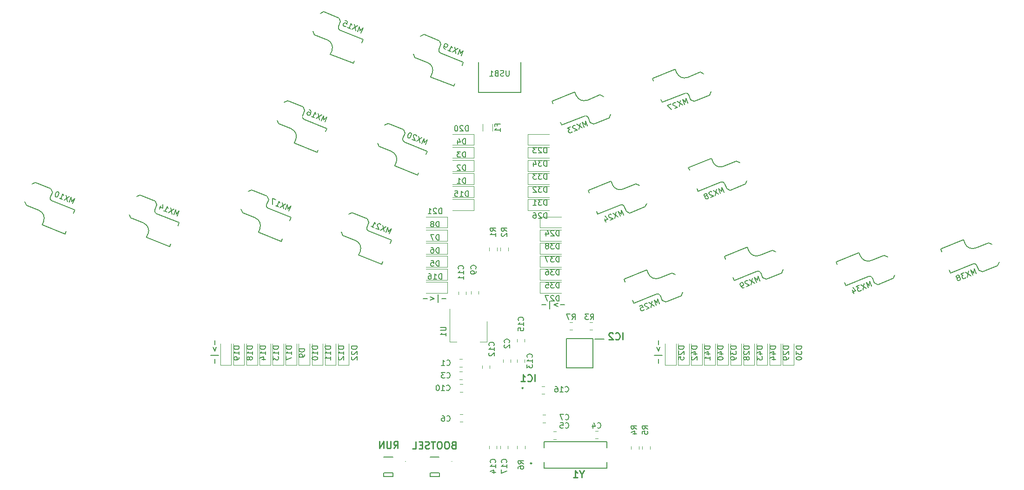
<source format=gbr>
G04 #@! TF.GenerationSoftware,KiCad,Pcbnew,(5.1.4)-1*
G04 #@! TF.CreationDate,2022-12-11T19:40:54-05:00*
G04 #@! TF.ProjectId,ThumbsUp,5468756d-6273-4557-902e-6b696361645f,rev?*
G04 #@! TF.SameCoordinates,Original*
G04 #@! TF.FileFunction,Legend,Bot*
G04 #@! TF.FilePolarity,Positive*
%FSLAX46Y46*%
G04 Gerber Fmt 4.6, Leading zero omitted, Abs format (unit mm)*
G04 Created by KiCad (PCBNEW (5.1.4)-1) date 2022-12-11 19:40:54*
%MOMM*%
%LPD*%
G04 APERTURE LIST*
%ADD10C,0.150000*%
%ADD11C,0.100000*%
%ADD12C,0.200000*%
%ADD13C,0.254000*%
%ADD14C,0.120000*%
G04 APERTURE END LIST*
D10*
X94813428Y-205676761D02*
X94813428Y-206438666D01*
X94527714Y-206914857D02*
X94813428Y-207676761D01*
X95099142Y-206914857D01*
X95527714Y-208391047D02*
X94099142Y-208391047D01*
X94813428Y-209105333D02*
X94813428Y-209867238D01*
X132778761Y-198048571D02*
X133540666Y-198048571D01*
X134016857Y-198334285D02*
X134778761Y-198048571D01*
X134016857Y-197762857D01*
X135493047Y-197334285D02*
X135493047Y-198762857D01*
X136207333Y-198048571D02*
X136969238Y-198048571D01*
X158559238Y-199207428D02*
X157797333Y-199207428D01*
X157321142Y-198921714D02*
X156559238Y-199207428D01*
X157321142Y-199493142D01*
X155844952Y-199921714D02*
X155844952Y-198493142D01*
X155130666Y-199207428D02*
X154368761Y-199207428D01*
X175585428Y-205676761D02*
X175585428Y-206438666D01*
X175299714Y-206914857D02*
X175585428Y-207676761D01*
X175871142Y-206914857D01*
X176299714Y-208391047D02*
X174871142Y-208391047D01*
X175585428Y-209105333D02*
X175585428Y-209867238D01*
D11*
X129470000Y-227708000D02*
G75*
G03X129570000Y-227708000I50000J0D01*
G01*
X129570000Y-227708000D02*
G75*
G03X129470000Y-227708000I-50000J0D01*
G01*
X129570000Y-227708000D02*
X129570000Y-227708000D01*
X129470000Y-227708000D02*
X129470000Y-227708000D01*
D12*
X127270000Y-226933000D02*
X125620000Y-226933000D01*
X127270000Y-229833000D02*
X125670000Y-229833000D01*
X125620000Y-230483000D02*
X125620000Y-229833000D01*
X127320000Y-230483000D02*
X125620000Y-230483000D01*
X127320000Y-229833000D02*
X127320000Y-230483000D01*
D11*
X137896000Y-227708000D02*
G75*
G03X137996000Y-227708000I50000J0D01*
G01*
X137996000Y-227708000D02*
G75*
G03X137896000Y-227708000I-50000J0D01*
G01*
X137996000Y-227708000D02*
X137996000Y-227708000D01*
X137896000Y-227708000D02*
X137896000Y-227708000D01*
D12*
X135696000Y-226933000D02*
X134046000Y-226933000D01*
X135696000Y-229833000D02*
X134096000Y-229833000D01*
X134046000Y-230483000D02*
X134046000Y-229833000D01*
X135746000Y-230483000D02*
X134046000Y-230483000D01*
X135746000Y-229833000D02*
X135746000Y-230483000D01*
D13*
X150983000Y-214340000D02*
G75*
G03X150983000Y-214340000I-100000J0D01*
G01*
D14*
X178800000Y-210212500D02*
X178800000Y-206312500D01*
X176800000Y-210212500D02*
X176800000Y-206312500D01*
X178800000Y-210212500D02*
X176800000Y-210212500D01*
D13*
X152548880Y-228078000D02*
G75*
G03X152548880Y-228078000I-125880J0D01*
G01*
D12*
X166228000Y-228968000D02*
X166228000Y-227868000D01*
X166228000Y-224168000D02*
X166228000Y-225268000D01*
X154828000Y-224168000D02*
X154828000Y-225268000D01*
X154828000Y-228968000D02*
X154828000Y-227868000D01*
X154828000Y-224168000D02*
X166228000Y-224168000D01*
X154828000Y-228968000D02*
X166228000Y-228968000D01*
D14*
X163629078Y-203783000D02*
X163111922Y-203783000D01*
X163629078Y-202363000D02*
X163111922Y-202363000D01*
D12*
X165701000Y-205435000D02*
X164051000Y-205435000D01*
X163701000Y-210655000D02*
X163701000Y-205375000D01*
X158851000Y-210655000D02*
X163701000Y-210655000D01*
X158851000Y-205375000D02*
X158851000Y-210655000D01*
X163701000Y-205375000D02*
X158851000Y-205375000D01*
D14*
X141472000Y-197224578D02*
X141472000Y-196707422D01*
X142892000Y-197224578D02*
X142892000Y-196707422D01*
X154505922Y-219254000D02*
X155023078Y-219254000D01*
X154505922Y-220674000D02*
X155023078Y-220674000D01*
X139979078Y-220547000D02*
X139461922Y-220547000D01*
X139979078Y-219127000D02*
X139461922Y-219127000D01*
X156459422Y-222302000D02*
X156976578Y-222302000D01*
X156459422Y-223722000D02*
X156976578Y-223722000D01*
X164596578Y-223595000D02*
X164079422Y-223595000D01*
X164596578Y-222175000D02*
X164079422Y-222175000D01*
X139900578Y-212800000D02*
X139383422Y-212800000D01*
X139900578Y-211380000D02*
X139383422Y-211380000D01*
X147314000Y-209670578D02*
X147314000Y-209153422D01*
X148734000Y-209670578D02*
X148734000Y-209153422D01*
X139880078Y-210514000D02*
X139362922Y-210514000D01*
X139880078Y-209094000D02*
X139362922Y-209094000D01*
X137580000Y-199960000D02*
X137580000Y-205970000D01*
X144400000Y-202210000D02*
X144400000Y-205970000D01*
X137580000Y-205970000D02*
X138840000Y-205970000D01*
X144400000Y-205970000D02*
X143140000Y-205970000D01*
X159976078Y-203783000D02*
X159458922Y-203783000D01*
X159976078Y-202363000D02*
X159458922Y-202363000D01*
X151332000Y-224912422D02*
X151332000Y-225429578D01*
X149912000Y-224912422D02*
X149912000Y-225429578D01*
X172645000Y-225478078D02*
X172645000Y-224960922D01*
X174065000Y-225478078D02*
X174065000Y-224960922D01*
X172033000Y-224960922D02*
X172033000Y-225478078D01*
X170613000Y-224960922D02*
X170613000Y-225478078D01*
X148226000Y-224901422D02*
X148226000Y-225418578D01*
X146806000Y-224901422D02*
X146806000Y-225418578D01*
X154369422Y-214036000D02*
X154886578Y-214036000D01*
X154369422Y-215456000D02*
X154886578Y-215456000D01*
X151274000Y-205421922D02*
X151274000Y-205939078D01*
X149854000Y-205421922D02*
X149854000Y-205939078D01*
X146194000Y-224901422D02*
X146194000Y-225418578D01*
X144774000Y-224901422D02*
X144774000Y-225418578D01*
X149854000Y-209670578D02*
X149854000Y-209153422D01*
X151274000Y-209670578D02*
X151274000Y-209153422D01*
X143504000Y-210765078D02*
X143504000Y-210247922D01*
X144924000Y-210765078D02*
X144924000Y-210247922D01*
X139186000Y-197303078D02*
X139186000Y-196785922D01*
X140606000Y-197303078D02*
X140606000Y-196785922D01*
X139979078Y-215086000D02*
X139461922Y-215086000D01*
X139979078Y-213666000D02*
X139461922Y-213666000D01*
X146864000Y-189313078D02*
X146864000Y-188795922D01*
X148284000Y-189313078D02*
X148284000Y-188795922D01*
X144832000Y-189313078D02*
X144832000Y-188795922D01*
X146252000Y-189313078D02*
X146252000Y-188795922D01*
X143616000Y-167480064D02*
X143616000Y-166275936D01*
X145436000Y-167480064D02*
X145436000Y-166275936D01*
D10*
X142850000Y-155000000D02*
X142850000Y-160450000D01*
X150550000Y-155000000D02*
X150550000Y-160450000D01*
X142850000Y-160450000D02*
X150550000Y-160450000D01*
X231427677Y-188009842D02*
X231165452Y-187360813D01*
X231165452Y-187360813D02*
X226993125Y-189046543D01*
X233380363Y-188838708D02*
G75*
G02X231427677Y-188009842I-561910J1390776D01*
G01*
X234602500Y-193198338D02*
X233951605Y-192922050D01*
X233576998Y-191994866D02*
X233951605Y-192922050D01*
X228753776Y-193404307D02*
X232926103Y-191718577D01*
X236349217Y-188178480D02*
X235698322Y-187902191D01*
X228529012Y-192847997D02*
X228753776Y-193404307D01*
X235698322Y-187902191D02*
X233380363Y-188838708D01*
X237660340Y-191423623D02*
X237384052Y-192074519D01*
X237384052Y-192074519D02*
X234602500Y-193198338D01*
X232926104Y-191718578D02*
G75*
G02X233576998Y-191994866I187303J-463591D01*
G01*
X226993125Y-189046543D02*
X227180428Y-189510135D01*
X178953455Y-156901869D02*
X178691230Y-156252840D01*
X178691230Y-156252840D02*
X174518903Y-157938570D01*
X180906141Y-157730735D02*
G75*
G02X178953455Y-156901869I-561910J1390776D01*
G01*
X182128278Y-162090365D02*
X181477383Y-161814077D01*
X181102776Y-160886893D02*
X181477383Y-161814077D01*
X176279554Y-162296334D02*
X180451881Y-160610604D01*
X183874995Y-157070507D02*
X183224100Y-156794218D01*
X176054790Y-161740024D02*
X176279554Y-162296334D01*
X183224100Y-156794218D02*
X180906141Y-157730735D01*
X185186118Y-160315650D02*
X184909830Y-160966546D01*
X184909830Y-160966546D02*
X182128278Y-162090365D01*
X180451882Y-160610605D02*
G75*
G02X181102776Y-160886893I187303J-463591D01*
G01*
X174518903Y-157938570D02*
X174706206Y-158402162D01*
X185509070Y-173127586D02*
X185246845Y-172478557D01*
X185246845Y-172478557D02*
X181074518Y-174164287D01*
X187461756Y-173956452D02*
G75*
G02X185509070Y-173127586I-561910J1390776D01*
G01*
X188683893Y-178316082D02*
X188032998Y-178039794D01*
X187658391Y-177112610D02*
X188032998Y-178039794D01*
X182835169Y-178522051D02*
X187007496Y-176836321D01*
X190430610Y-173296224D02*
X189779715Y-173019935D01*
X182610405Y-177965741D02*
X182835169Y-178522051D01*
X189779715Y-173019935D02*
X187461756Y-173956452D01*
X191741733Y-176541367D02*
X191465445Y-177192263D01*
X191465445Y-177192263D02*
X188683893Y-178316082D01*
X187007497Y-176836322D02*
G75*
G02X187658391Y-177112610I187303J-463591D01*
G01*
X181074518Y-174164287D02*
X181261821Y-174627879D01*
X192064685Y-189353304D02*
X191802460Y-188704275D01*
X191802460Y-188704275D02*
X187630133Y-190390005D01*
X194017371Y-190182170D02*
G75*
G02X192064685Y-189353304I-561910J1390776D01*
G01*
X195239508Y-194541800D02*
X194588613Y-194265512D01*
X194214006Y-193338328D02*
X194588613Y-194265512D01*
X189390784Y-194747769D02*
X193563111Y-193062039D01*
X196986225Y-189521942D02*
X196335330Y-189245653D01*
X189166020Y-194191459D02*
X189390784Y-194747769D01*
X196335330Y-189245653D02*
X194017371Y-190182170D01*
X198297348Y-192767085D02*
X198021060Y-193417981D01*
X198021060Y-193417981D02*
X195239508Y-194541800D01*
X193563112Y-193062040D02*
G75*
G02X194214006Y-193338328I187303J-463591D01*
G01*
X187630133Y-190390005D02*
X187817436Y-190853597D01*
X212401743Y-190304145D02*
X212139518Y-189655116D01*
X212139518Y-189655116D02*
X207967191Y-191340846D01*
X214354429Y-191133011D02*
G75*
G02X212401743Y-190304145I-561910J1390776D01*
G01*
X215576566Y-195492641D02*
X214925671Y-195216353D01*
X214551064Y-194289169D02*
X214925671Y-195216353D01*
X209727842Y-195698610D02*
X213900169Y-194012880D01*
X217323283Y-190472783D02*
X216672388Y-190196494D01*
X209503078Y-195142300D02*
X209727842Y-195698610D01*
X216672388Y-190196494D02*
X214354429Y-191133011D01*
X218634406Y-193717926D02*
X218358118Y-194368822D01*
X218358118Y-194368822D02*
X215576566Y-195492641D01*
X213900170Y-194012881D02*
G75*
G02X214551064Y-194289169I187303J-463591D01*
G01*
X207967191Y-191340846D02*
X208154494Y-191804438D01*
X116147317Y-152845686D02*
X115885093Y-153494715D01*
X115885093Y-153494715D02*
X120057420Y-155180444D01*
X115318451Y-150893000D02*
G75*
G02X116147317Y-152845686I-561910J-1390776D01*
G01*
X117467773Y-146907976D02*
X117744061Y-147558872D01*
X117369455Y-148486055D02*
X117744061Y-147558872D01*
X121818071Y-150822680D02*
X117645744Y-149136951D01*
X112724203Y-149305589D02*
X113000492Y-149956484D01*
X121593307Y-151378991D02*
X121818071Y-150822680D01*
X113000492Y-149956484D02*
X115318451Y-150893000D01*
X114035326Y-146060445D02*
X114686221Y-145784157D01*
X114686221Y-145784157D02*
X117467773Y-146907976D01*
X117645743Y-149136951D02*
G75*
G02X117369455Y-148486055I187304J463592D01*
G01*
X120057420Y-155180444D02*
X120244723Y-154716852D01*
X167232349Y-177276257D02*
X166970124Y-176627228D01*
X166970124Y-176627228D02*
X162797797Y-178312958D01*
X169185035Y-178105123D02*
G75*
G02X167232349Y-177276257I-561910J1390776D01*
G01*
X170407172Y-182464753D02*
X169756277Y-182188465D01*
X169381670Y-181261281D02*
X169756277Y-182188465D01*
X164558448Y-182670722D02*
X168730775Y-180984992D01*
X172153889Y-177444895D02*
X171502994Y-177168606D01*
X164333684Y-182114412D02*
X164558448Y-182670722D01*
X171502994Y-177168606D02*
X169185035Y-178105123D01*
X173465012Y-180690038D02*
X173188724Y-181340934D01*
X173188724Y-181340934D02*
X170407172Y-182464753D01*
X168730776Y-180984993D02*
G75*
G02X169381670Y-181261281I187303J-463591D01*
G01*
X162797797Y-178312958D02*
X162985100Y-178776550D01*
X63673094Y-183953659D02*
X63410870Y-184602688D01*
X63410870Y-184602688D02*
X67583197Y-186288417D01*
X62844228Y-182000973D02*
G75*
G02X63673094Y-183953659I-561910J-1390776D01*
G01*
X64993550Y-178015949D02*
X65269838Y-178666845D01*
X64895232Y-179594028D02*
X65269838Y-178666845D01*
X69343848Y-181930653D02*
X65171521Y-180244924D01*
X60249980Y-180413562D02*
X60526269Y-181064457D01*
X69119084Y-182486964D02*
X69343848Y-181930653D01*
X60526269Y-181064457D02*
X62844228Y-182000973D01*
X61561103Y-177168418D02*
X62211998Y-176892130D01*
X62211998Y-176892130D02*
X64993550Y-178015949D01*
X65171520Y-180244924D02*
G75*
G02X64895232Y-179594028I187304J463592D01*
G01*
X67583197Y-186288417D02*
X67770500Y-185824825D01*
X82699028Y-186247962D02*
X82436804Y-186896991D01*
X82436804Y-186896991D02*
X86609131Y-188582720D01*
X81870162Y-184295276D02*
G75*
G02X82699028Y-186247962I-561910J-1390776D01*
G01*
X84019484Y-180310252D02*
X84295772Y-180961148D01*
X83921166Y-181888331D02*
X84295772Y-180961148D01*
X88369782Y-184224956D02*
X84197455Y-182539227D01*
X79275914Y-182707865D02*
X79552203Y-183358760D01*
X88145018Y-184781267D02*
X88369782Y-184224956D01*
X79552203Y-183358760D02*
X81870162Y-184295276D01*
X80587037Y-179462721D02*
X81237932Y-179186433D01*
X81237932Y-179186433D02*
X84019484Y-180310252D01*
X84197454Y-182539227D02*
G75*
G02X83921166Y-181888331I187304J463592D01*
G01*
X86609131Y-188582720D02*
X86796434Y-188119128D01*
X103036086Y-185297121D02*
X102773862Y-185946150D01*
X102773862Y-185946150D02*
X106946189Y-187631879D01*
X102207220Y-183344435D02*
G75*
G02X103036086Y-185297121I-561910J-1390776D01*
G01*
X104356542Y-179359411D02*
X104632830Y-180010307D01*
X104258224Y-180937490D02*
X104632830Y-180010307D01*
X108706840Y-183274115D02*
X104534513Y-181588386D01*
X99612972Y-181757024D02*
X99889261Y-182407919D01*
X108482076Y-183830426D02*
X108706840Y-183274115D01*
X99889261Y-182407919D02*
X102207220Y-183344435D01*
X100924095Y-178511880D02*
X101574990Y-178235592D01*
X101574990Y-178235592D02*
X104356542Y-179359411D01*
X104534512Y-181588386D02*
G75*
G02X104258224Y-180937490I187304J463592D01*
G01*
X106946189Y-187631879D02*
X107133492Y-187168287D01*
X173787964Y-193501974D02*
X173525739Y-192852945D01*
X173525739Y-192852945D02*
X169353412Y-194538675D01*
X175740650Y-194330840D02*
G75*
G02X173787964Y-193501974I-561910J1390776D01*
G01*
X176962787Y-198690470D02*
X176311892Y-198414182D01*
X175937285Y-197486998D02*
X176311892Y-198414182D01*
X171114063Y-198896439D02*
X175286390Y-197210709D01*
X178709504Y-193670612D02*
X178058609Y-193394323D01*
X170889299Y-198340129D02*
X171114063Y-198896439D01*
X178058609Y-193394323D02*
X175740650Y-194330840D01*
X180020627Y-196915755D02*
X179744339Y-197566651D01*
X179744339Y-197566651D02*
X176962787Y-198690470D01*
X175286391Y-197210710D02*
G75*
G02X175937285Y-197486998I187303J-463591D01*
G01*
X169353412Y-194538675D02*
X169540715Y-195002267D01*
X134424038Y-156994356D02*
X134161814Y-157643385D01*
X134161814Y-157643385D02*
X138334141Y-159329114D01*
X133595172Y-155041670D02*
G75*
G02X134424038Y-156994356I-561910J-1390776D01*
G01*
X135744494Y-151056646D02*
X136020782Y-151707542D01*
X135646176Y-152634725D02*
X136020782Y-151707542D01*
X140094792Y-154971350D02*
X135922465Y-153285621D01*
X131000924Y-153454259D02*
X131277213Y-154105154D01*
X139870028Y-155527661D02*
X140094792Y-154971350D01*
X131277213Y-154105154D02*
X133595172Y-155041670D01*
X132312047Y-150209115D02*
X132962942Y-149932827D01*
X132962942Y-149932827D02*
X135744494Y-151056646D01*
X135922464Y-153285621D02*
G75*
G02X135646176Y-152634725I187304J463592D01*
G01*
X138334141Y-159329114D02*
X138521444Y-158865522D01*
X121312807Y-189445791D02*
X121050583Y-190094820D01*
X121050583Y-190094820D02*
X125222910Y-191780549D01*
X120483941Y-187493105D02*
G75*
G02X121312807Y-189445791I-561910J-1390776D01*
G01*
X122633263Y-183508081D02*
X122909551Y-184158977D01*
X122534945Y-185086160D02*
X122909551Y-184158977D01*
X126983561Y-187422785D02*
X122811234Y-185737056D01*
X117889693Y-185905694D02*
X118165982Y-186556589D01*
X126758797Y-187979096D02*
X126983561Y-187422785D01*
X118165982Y-186556589D02*
X120483941Y-187493105D01*
X119200816Y-182660550D02*
X119851711Y-182384262D01*
X119851711Y-182384262D02*
X122633263Y-183508081D01*
X122811233Y-185737056D02*
G75*
G02X122534945Y-185086160I187304J463592D01*
G01*
X125222910Y-191780549D02*
X125410213Y-191316957D01*
X127868422Y-173220074D02*
X127606198Y-173869103D01*
X127606198Y-173869103D02*
X131778525Y-175554832D01*
X127039556Y-171267388D02*
G75*
G02X127868422Y-173220074I-561910J-1390776D01*
G01*
X129188878Y-167282364D02*
X129465166Y-167933260D01*
X129090560Y-168860443D02*
X129465166Y-167933260D01*
X133539176Y-171197068D02*
X129366849Y-169511339D01*
X124445308Y-169679977D02*
X124721597Y-170330872D01*
X133314412Y-171753379D02*
X133539176Y-171197068D01*
X124721597Y-170330872D02*
X127039556Y-171267388D01*
X125756431Y-166434833D02*
X126407326Y-166158545D01*
X126407326Y-166158545D02*
X129188878Y-167282364D01*
X129366848Y-169511339D02*
G75*
G02X129090560Y-168860443I187304J463592D01*
G01*
X131778525Y-175554832D02*
X131965828Y-175091240D01*
X160676734Y-161050539D02*
X160414509Y-160401510D01*
X160414509Y-160401510D02*
X156242182Y-162087240D01*
X162629420Y-161879405D02*
G75*
G02X160676734Y-161050539I-561910J1390776D01*
G01*
X163851557Y-166239035D02*
X163200662Y-165962747D01*
X162826055Y-165035563D02*
X163200662Y-165962747D01*
X158002833Y-166445004D02*
X162175160Y-164759274D01*
X165598274Y-161219177D02*
X164947379Y-160942888D01*
X157778069Y-165888694D02*
X158002833Y-166445004D01*
X164947379Y-160942888D02*
X162629420Y-161879405D01*
X166909397Y-164464320D02*
X166633109Y-165115216D01*
X166633109Y-165115216D02*
X163851557Y-166239035D01*
X162175161Y-164759275D02*
G75*
G02X162826055Y-165035563I187303J-463591D01*
G01*
X156242182Y-162087240D02*
X156429485Y-162550832D01*
X109591701Y-169071403D02*
X109329477Y-169720432D01*
X109329477Y-169720432D02*
X113501804Y-171406161D01*
X108762835Y-167118717D02*
G75*
G02X109591701Y-169071403I-561910J-1390776D01*
G01*
X110912157Y-163133693D02*
X111188445Y-163784589D01*
X110813839Y-164711772D02*
X111188445Y-163784589D01*
X115262455Y-167048397D02*
X111090128Y-165362668D01*
X106168587Y-165531306D02*
X106444876Y-166182201D01*
X115037691Y-167604708D02*
X115262455Y-167048397D01*
X106444876Y-166182201D02*
X108762835Y-167118717D01*
X107479710Y-162286162D02*
X108130605Y-162009874D01*
X108130605Y-162009874D02*
X110912157Y-163133693D01*
X111090127Y-165362668D02*
G75*
G02X110813839Y-164711772I187304J463592D01*
G01*
X113501804Y-171406161D02*
X113689107Y-170942569D01*
D14*
X195468750Y-210212500D02*
X195468750Y-206312500D01*
X193468750Y-210212500D02*
X193468750Y-206312500D01*
X195468750Y-210212500D02*
X193468750Y-210212500D01*
X193087500Y-210212500D02*
X193087500Y-206312500D01*
X191087500Y-210212500D02*
X191087500Y-206312500D01*
X193087500Y-210212500D02*
X191087500Y-210212500D01*
X181181250Y-210212500D02*
X181181250Y-206312500D01*
X179181250Y-210212500D02*
X179181250Y-206312500D01*
X181181250Y-210212500D02*
X179181250Y-210212500D01*
X183562500Y-210212500D02*
X183562500Y-206312500D01*
X181562500Y-210212500D02*
X181562500Y-206312500D01*
X183562500Y-210212500D02*
X181562500Y-210212500D01*
X185943750Y-210212500D02*
X185943750Y-206312500D01*
X183943750Y-210212500D02*
X183943750Y-206312500D01*
X185943750Y-210212500D02*
X183943750Y-210212500D01*
X188325000Y-210212500D02*
X188325000Y-206312500D01*
X186325000Y-210212500D02*
X186325000Y-206312500D01*
X188325000Y-210212500D02*
X186325000Y-210212500D01*
X154056250Y-187531250D02*
X157956250Y-187531250D01*
X154056250Y-185531250D02*
X157956250Y-185531250D01*
X154056250Y-187531250D02*
X154056250Y-185531250D01*
X154056250Y-189912500D02*
X157956250Y-189912500D01*
X154056250Y-187912500D02*
X157956250Y-187912500D01*
X154056250Y-189912500D02*
X154056250Y-187912500D01*
X154056250Y-192293750D02*
X157956250Y-192293750D01*
X154056250Y-190293750D02*
X157956250Y-190293750D01*
X154056250Y-192293750D02*
X154056250Y-190293750D01*
X154056250Y-194675000D02*
X157956250Y-194675000D01*
X154056250Y-192675000D02*
X157956250Y-192675000D01*
X154056250Y-194675000D02*
X154056250Y-192675000D01*
X151800000Y-172450000D02*
X155700000Y-172450000D01*
X151800000Y-170450000D02*
X155700000Y-170450000D01*
X151800000Y-172450000D02*
X151800000Y-170450000D01*
X151800000Y-174831250D02*
X155700000Y-174831250D01*
X151800000Y-172831250D02*
X155700000Y-172831250D01*
X151800000Y-174831250D02*
X151800000Y-172831250D01*
X151800000Y-177212500D02*
X155700000Y-177212500D01*
X151800000Y-175212500D02*
X155700000Y-175212500D01*
X151800000Y-177212500D02*
X151800000Y-175212500D01*
X151800000Y-179593750D02*
X155700000Y-179593750D01*
X151800000Y-177593750D02*
X155700000Y-177593750D01*
X151800000Y-179593750D02*
X151800000Y-177593750D01*
X200231250Y-210212500D02*
X200231250Y-206312500D01*
X198231250Y-210212500D02*
X198231250Y-206312500D01*
X200231250Y-210212500D02*
X198231250Y-210212500D01*
X197850000Y-210212500D02*
X197850000Y-206312500D01*
X195850000Y-210212500D02*
X195850000Y-206312500D01*
X197850000Y-210212500D02*
X195850000Y-210212500D01*
X190706250Y-210212500D02*
X190706250Y-206312500D01*
X188706250Y-210212500D02*
X188706250Y-206312500D01*
X190706250Y-210212500D02*
X188706250Y-210212500D01*
X154056250Y-197056250D02*
X157956250Y-197056250D01*
X154056250Y-195056250D02*
X157956250Y-195056250D01*
X154056250Y-197056250D02*
X154056250Y-195056250D01*
X151800000Y-181975000D02*
X155700000Y-181975000D01*
X151800000Y-179975000D02*
X155700000Y-179975000D01*
X151800000Y-181975000D02*
X151800000Y-179975000D01*
X154056250Y-185150000D02*
X157956250Y-185150000D01*
X154056250Y-183150000D02*
X157956250Y-183150000D01*
X154056250Y-185150000D02*
X154056250Y-183150000D01*
X151800000Y-170068750D02*
X155700000Y-170068750D01*
X151800000Y-168068750D02*
X155700000Y-168068750D01*
X151800000Y-170068750D02*
X151800000Y-168068750D01*
X119268750Y-210212500D02*
X119268750Y-206312500D01*
X117268750Y-210212500D02*
X117268750Y-206312500D01*
X119268750Y-210212500D02*
X117268750Y-210212500D01*
X137187500Y-183150000D02*
X133287500Y-183150000D01*
X137187500Y-185150000D02*
X133287500Y-185150000D01*
X137187500Y-183150000D02*
X137187500Y-185150000D01*
X142012500Y-168068750D02*
X138112500Y-168068750D01*
X142012500Y-170068750D02*
X138112500Y-170068750D01*
X142012500Y-168068750D02*
X142012500Y-170068750D01*
X97837500Y-210212500D02*
X97837500Y-206312500D01*
X95837500Y-210212500D02*
X95837500Y-206312500D01*
X97837500Y-210212500D02*
X95837500Y-210212500D01*
X100218750Y-210212500D02*
X100218750Y-206312500D01*
X98218750Y-210212500D02*
X98218750Y-206312500D01*
X100218750Y-210212500D02*
X98218750Y-210212500D01*
X107362500Y-210212500D02*
X107362500Y-206312500D01*
X105362500Y-210212500D02*
X105362500Y-206312500D01*
X107362500Y-210212500D02*
X105362500Y-210212500D01*
X137187500Y-195056250D02*
X133287500Y-195056250D01*
X137187500Y-197056250D02*
X133287500Y-197056250D01*
X137187500Y-195056250D02*
X137187500Y-197056250D01*
X142012500Y-179975000D02*
X138112500Y-179975000D01*
X142012500Y-181975000D02*
X138112500Y-181975000D01*
X142012500Y-179975000D02*
X142012500Y-181975000D01*
X102600000Y-210212500D02*
X102600000Y-206312500D01*
X100600000Y-210212500D02*
X100600000Y-206312500D01*
X102600000Y-210212500D02*
X100600000Y-210212500D01*
X104981250Y-210212500D02*
X104981250Y-206312500D01*
X102981250Y-210212500D02*
X102981250Y-206312500D01*
X104981250Y-210212500D02*
X102981250Y-210212500D01*
X116887500Y-210212500D02*
X116887500Y-206312500D01*
X114887500Y-210212500D02*
X114887500Y-206312500D01*
X116887500Y-210212500D02*
X114887500Y-210212500D01*
X114506250Y-210212500D02*
X114506250Y-206312500D01*
X112506250Y-210212500D02*
X112506250Y-206312500D01*
X114506250Y-210212500D02*
X112506250Y-210212500D01*
X112125000Y-210212500D02*
X112125000Y-206312500D01*
X110125000Y-210212500D02*
X110125000Y-206312500D01*
X112125000Y-210212500D02*
X110125000Y-210212500D01*
X109743750Y-210212500D02*
X109743750Y-206312500D01*
X107743750Y-210212500D02*
X107743750Y-206312500D01*
X109743750Y-210212500D02*
X107743750Y-210212500D01*
X137187500Y-185531250D02*
X133287500Y-185531250D01*
X137187500Y-187531250D02*
X133287500Y-187531250D01*
X137187500Y-185531250D02*
X137187500Y-187531250D01*
X137187500Y-187912500D02*
X133287500Y-187912500D01*
X137187500Y-189912500D02*
X133287500Y-189912500D01*
X137187500Y-187912500D02*
X137187500Y-189912500D01*
X137187500Y-190293750D02*
X133287500Y-190293750D01*
X137187500Y-192293750D02*
X133287500Y-192293750D01*
X137187500Y-190293750D02*
X137187500Y-192293750D01*
X137187500Y-192675000D02*
X133287500Y-192675000D01*
X137187500Y-194675000D02*
X133287500Y-194675000D01*
X137187500Y-192675000D02*
X137187500Y-194675000D01*
X142012500Y-170450000D02*
X138112500Y-170450000D01*
X142012500Y-172450000D02*
X138112500Y-172450000D01*
X142012500Y-170450000D02*
X142012500Y-172450000D01*
X142012500Y-172831250D02*
X138112500Y-172831250D01*
X142012500Y-174831250D02*
X138112500Y-174831250D01*
X142012500Y-172831250D02*
X142012500Y-174831250D01*
X142012500Y-175212500D02*
X138112500Y-175212500D01*
X142012500Y-177212500D02*
X138112500Y-177212500D01*
X142012500Y-175212500D02*
X142012500Y-177212500D01*
X142012500Y-177593750D02*
X138112500Y-177593750D01*
X142012500Y-179593750D02*
X138112500Y-179593750D01*
X142012500Y-177593750D02*
X142012500Y-179593750D01*
D13*
X127429380Y-225364523D02*
X127852714Y-224759761D01*
X128155095Y-225364523D02*
X128155095Y-224094523D01*
X127671285Y-224094523D01*
X127550333Y-224155000D01*
X127489857Y-224215476D01*
X127429380Y-224336428D01*
X127429380Y-224517857D01*
X127489857Y-224638809D01*
X127550333Y-224699285D01*
X127671285Y-224759761D01*
X128155095Y-224759761D01*
X126885095Y-224094523D02*
X126885095Y-225122619D01*
X126824619Y-225243571D01*
X126764142Y-225304047D01*
X126643190Y-225364523D01*
X126401285Y-225364523D01*
X126280333Y-225304047D01*
X126219857Y-225243571D01*
X126159380Y-225122619D01*
X126159380Y-224094523D01*
X125554619Y-225364523D02*
X125554619Y-224094523D01*
X124828904Y-225364523D01*
X124828904Y-224094523D01*
X138270904Y-224727285D02*
X138089476Y-224787761D01*
X138029000Y-224848238D01*
X137968523Y-224969190D01*
X137968523Y-225150619D01*
X138029000Y-225271571D01*
X138089476Y-225332047D01*
X138210428Y-225392523D01*
X138694238Y-225392523D01*
X138694238Y-224122523D01*
X138270904Y-224122523D01*
X138149952Y-224183000D01*
X138089476Y-224243476D01*
X138029000Y-224364428D01*
X138029000Y-224485380D01*
X138089476Y-224606333D01*
X138149952Y-224666809D01*
X138270904Y-224727285D01*
X138694238Y-224727285D01*
X137182333Y-224122523D02*
X136940428Y-224122523D01*
X136819476Y-224183000D01*
X136698523Y-224303952D01*
X136638047Y-224545857D01*
X136638047Y-224969190D01*
X136698523Y-225211095D01*
X136819476Y-225332047D01*
X136940428Y-225392523D01*
X137182333Y-225392523D01*
X137303285Y-225332047D01*
X137424238Y-225211095D01*
X137484714Y-224969190D01*
X137484714Y-224545857D01*
X137424238Y-224303952D01*
X137303285Y-224183000D01*
X137182333Y-224122523D01*
X135851857Y-224122523D02*
X135609952Y-224122523D01*
X135489000Y-224183000D01*
X135368047Y-224303952D01*
X135307571Y-224545857D01*
X135307571Y-224969190D01*
X135368047Y-225211095D01*
X135489000Y-225332047D01*
X135609952Y-225392523D01*
X135851857Y-225392523D01*
X135972809Y-225332047D01*
X136093761Y-225211095D01*
X136154238Y-224969190D01*
X136154238Y-224545857D01*
X136093761Y-224303952D01*
X135972809Y-224183000D01*
X135851857Y-224122523D01*
X134944714Y-224122523D02*
X134219000Y-224122523D01*
X134581857Y-225392523D02*
X134581857Y-224122523D01*
X133856142Y-225332047D02*
X133674714Y-225392523D01*
X133372333Y-225392523D01*
X133251380Y-225332047D01*
X133190904Y-225271571D01*
X133130428Y-225150619D01*
X133130428Y-225029666D01*
X133190904Y-224908714D01*
X133251380Y-224848238D01*
X133372333Y-224787761D01*
X133614238Y-224727285D01*
X133735190Y-224666809D01*
X133795666Y-224606333D01*
X133856142Y-224485380D01*
X133856142Y-224364428D01*
X133795666Y-224243476D01*
X133735190Y-224183000D01*
X133614238Y-224122523D01*
X133311857Y-224122523D01*
X133130428Y-224183000D01*
X132586142Y-224727285D02*
X132162809Y-224727285D01*
X131981380Y-225392523D02*
X132586142Y-225392523D01*
X132586142Y-224122523D01*
X131981380Y-224122523D01*
X130832333Y-225392523D02*
X131437095Y-225392523D01*
X131437095Y-224122523D01*
X153131761Y-213172523D02*
X153131761Y-211902523D01*
X151801285Y-213051571D02*
X151861761Y-213112047D01*
X152043190Y-213172523D01*
X152164142Y-213172523D01*
X152345571Y-213112047D01*
X152466523Y-212991095D01*
X152527000Y-212870142D01*
X152587476Y-212628238D01*
X152587476Y-212446809D01*
X152527000Y-212204904D01*
X152466523Y-212083952D01*
X152345571Y-211963000D01*
X152164142Y-211902523D01*
X152043190Y-211902523D01*
X151861761Y-211963000D01*
X151801285Y-212023476D01*
X150591761Y-213172523D02*
X151317476Y-213172523D01*
X150954619Y-213172523D02*
X150954619Y-211902523D01*
X151075571Y-212083952D01*
X151196523Y-212204904D01*
X151317476Y-212265380D01*
D10*
X180252380Y-206748214D02*
X179252380Y-206748214D01*
X179252380Y-206986309D01*
X179300000Y-207129166D01*
X179395238Y-207224404D01*
X179490476Y-207272023D01*
X179680952Y-207319642D01*
X179823809Y-207319642D01*
X180014285Y-207272023D01*
X180109523Y-207224404D01*
X180204761Y-207129166D01*
X180252380Y-206986309D01*
X180252380Y-206748214D01*
X179347619Y-207700595D02*
X179300000Y-207748214D01*
X179252380Y-207843452D01*
X179252380Y-208081547D01*
X179300000Y-208176785D01*
X179347619Y-208224404D01*
X179442857Y-208272023D01*
X179538095Y-208272023D01*
X179680952Y-208224404D01*
X180252380Y-207652976D01*
X180252380Y-208272023D01*
X179252380Y-209176785D02*
X179252380Y-208700595D01*
X179728571Y-208652976D01*
X179680952Y-208700595D01*
X179633333Y-208795833D01*
X179633333Y-209033928D01*
X179680952Y-209129166D01*
X179728571Y-209176785D01*
X179823809Y-209224404D01*
X180061904Y-209224404D01*
X180157142Y-209176785D01*
X180204761Y-209129166D01*
X180252380Y-209033928D01*
X180252380Y-208795833D01*
X180204761Y-208700595D01*
X180157142Y-208652976D01*
D13*
X161640761Y-230093761D02*
X161640761Y-230698523D01*
X162064095Y-229428523D02*
X161640761Y-230093761D01*
X161217428Y-229428523D01*
X160128857Y-230698523D02*
X160854571Y-230698523D01*
X160491714Y-230698523D02*
X160491714Y-229428523D01*
X160612666Y-229609952D01*
X160733619Y-229730904D01*
X160854571Y-229791380D01*
D10*
X163234666Y-201874380D02*
X163568000Y-201398190D01*
X163806095Y-201874380D02*
X163806095Y-200874380D01*
X163425142Y-200874380D01*
X163329904Y-200922000D01*
X163282285Y-200969619D01*
X163234666Y-201064857D01*
X163234666Y-201207714D01*
X163282285Y-201302952D01*
X163329904Y-201350571D01*
X163425142Y-201398190D01*
X163806095Y-201398190D01*
X162901333Y-200874380D02*
X162282285Y-200874380D01*
X162615619Y-201255333D01*
X162472761Y-201255333D01*
X162377523Y-201302952D01*
X162329904Y-201350571D01*
X162282285Y-201445809D01*
X162282285Y-201683904D01*
X162329904Y-201779142D01*
X162377523Y-201826761D01*
X162472761Y-201874380D01*
X162758476Y-201874380D01*
X162853714Y-201826761D01*
X162901333Y-201779142D01*
D13*
X169133761Y-205552523D02*
X169133761Y-204282523D01*
X167803285Y-205431571D02*
X167863761Y-205492047D01*
X168045190Y-205552523D01*
X168166142Y-205552523D01*
X168347571Y-205492047D01*
X168468523Y-205371095D01*
X168529000Y-205250142D01*
X168589476Y-205008238D01*
X168589476Y-204826809D01*
X168529000Y-204584904D01*
X168468523Y-204463952D01*
X168347571Y-204343000D01*
X168166142Y-204282523D01*
X168045190Y-204282523D01*
X167863761Y-204343000D01*
X167803285Y-204403476D01*
X167319476Y-204403476D02*
X167259000Y-204343000D01*
X167138047Y-204282523D01*
X166835666Y-204282523D01*
X166714714Y-204343000D01*
X166654238Y-204403476D01*
X166593761Y-204524428D01*
X166593761Y-204645380D01*
X166654238Y-204826809D01*
X167379952Y-205552523D01*
X166593761Y-205552523D01*
D10*
X142343142Y-192619333D02*
X142390761Y-192571714D01*
X142438380Y-192428857D01*
X142438380Y-192333619D01*
X142390761Y-192190761D01*
X142295523Y-192095523D01*
X142200285Y-192047904D01*
X142009809Y-192000285D01*
X141866952Y-192000285D01*
X141676476Y-192047904D01*
X141581238Y-192095523D01*
X141486000Y-192190761D01*
X141438380Y-192333619D01*
X141438380Y-192428857D01*
X141486000Y-192571714D01*
X141533619Y-192619333D01*
X142438380Y-193095523D02*
X142438380Y-193286000D01*
X142390761Y-193381238D01*
X142343142Y-193428857D01*
X142200285Y-193524095D01*
X142009809Y-193571714D01*
X141628857Y-193571714D01*
X141533619Y-193524095D01*
X141486000Y-193476476D01*
X141438380Y-193381238D01*
X141438380Y-193190761D01*
X141486000Y-193095523D01*
X141533619Y-193047904D01*
X141628857Y-193000285D01*
X141866952Y-193000285D01*
X141962190Y-193047904D01*
X142009809Y-193095523D01*
X142057428Y-193190761D01*
X142057428Y-193381238D01*
X142009809Y-193476476D01*
X141962190Y-193524095D01*
X141866952Y-193571714D01*
X158662666Y-220067142D02*
X158710285Y-220114761D01*
X158853142Y-220162380D01*
X158948380Y-220162380D01*
X159091238Y-220114761D01*
X159186476Y-220019523D01*
X159234095Y-219924285D01*
X159281714Y-219733809D01*
X159281714Y-219590952D01*
X159234095Y-219400476D01*
X159186476Y-219305238D01*
X159091238Y-219210000D01*
X158948380Y-219162380D01*
X158853142Y-219162380D01*
X158710285Y-219210000D01*
X158662666Y-219257619D01*
X158329333Y-219162380D02*
X157662666Y-219162380D01*
X158091238Y-220162380D01*
X137072666Y-220321142D02*
X137120285Y-220368761D01*
X137263142Y-220416380D01*
X137358380Y-220416380D01*
X137501238Y-220368761D01*
X137596476Y-220273523D01*
X137644095Y-220178285D01*
X137691714Y-219987809D01*
X137691714Y-219844952D01*
X137644095Y-219654476D01*
X137596476Y-219559238D01*
X137501238Y-219464000D01*
X137358380Y-219416380D01*
X137263142Y-219416380D01*
X137120285Y-219464000D01*
X137072666Y-219511619D01*
X136215523Y-219416380D02*
X136406000Y-219416380D01*
X136501238Y-219464000D01*
X136548857Y-219511619D01*
X136644095Y-219654476D01*
X136691714Y-219844952D01*
X136691714Y-220225904D01*
X136644095Y-220321142D01*
X136596476Y-220368761D01*
X136501238Y-220416380D01*
X136310761Y-220416380D01*
X136215523Y-220368761D01*
X136167904Y-220321142D01*
X136120285Y-220225904D01*
X136120285Y-219987809D01*
X136167904Y-219892571D01*
X136215523Y-219844952D01*
X136310761Y-219797333D01*
X136501238Y-219797333D01*
X136596476Y-219844952D01*
X136644095Y-219892571D01*
X136691714Y-219987809D01*
X158662666Y-221591142D02*
X158710285Y-221638761D01*
X158853142Y-221686380D01*
X158948380Y-221686380D01*
X159091238Y-221638761D01*
X159186476Y-221543523D01*
X159234095Y-221448285D01*
X159281714Y-221257809D01*
X159281714Y-221114952D01*
X159234095Y-220924476D01*
X159186476Y-220829238D01*
X159091238Y-220734000D01*
X158948380Y-220686380D01*
X158853142Y-220686380D01*
X158710285Y-220734000D01*
X158662666Y-220781619D01*
X157757904Y-220686380D02*
X158234095Y-220686380D01*
X158281714Y-221162571D01*
X158234095Y-221114952D01*
X158138857Y-221067333D01*
X157900761Y-221067333D01*
X157805523Y-221114952D01*
X157757904Y-221162571D01*
X157710285Y-221257809D01*
X157710285Y-221495904D01*
X157757904Y-221591142D01*
X157805523Y-221638761D01*
X157900761Y-221686380D01*
X158138857Y-221686380D01*
X158234095Y-221638761D01*
X158281714Y-221591142D01*
X164504666Y-221592142D02*
X164552285Y-221639761D01*
X164695142Y-221687380D01*
X164790380Y-221687380D01*
X164933238Y-221639761D01*
X165028476Y-221544523D01*
X165076095Y-221449285D01*
X165123714Y-221258809D01*
X165123714Y-221115952D01*
X165076095Y-220925476D01*
X165028476Y-220830238D01*
X164933238Y-220735000D01*
X164790380Y-220687380D01*
X164695142Y-220687380D01*
X164552285Y-220735000D01*
X164504666Y-220782619D01*
X163647523Y-221020714D02*
X163647523Y-221687380D01*
X163885619Y-220639761D02*
X164123714Y-221354047D01*
X163504666Y-221354047D01*
X137072666Y-212447142D02*
X137120285Y-212494761D01*
X137263142Y-212542380D01*
X137358380Y-212542380D01*
X137501238Y-212494761D01*
X137596476Y-212399523D01*
X137644095Y-212304285D01*
X137691714Y-212113809D01*
X137691714Y-211970952D01*
X137644095Y-211780476D01*
X137596476Y-211685238D01*
X137501238Y-211590000D01*
X137358380Y-211542380D01*
X137263142Y-211542380D01*
X137120285Y-211590000D01*
X137072666Y-211637619D01*
X136739333Y-211542380D02*
X136120285Y-211542380D01*
X136453619Y-211923333D01*
X136310761Y-211923333D01*
X136215523Y-211970952D01*
X136167904Y-212018571D01*
X136120285Y-212113809D01*
X136120285Y-212351904D01*
X136167904Y-212447142D01*
X136215523Y-212494761D01*
X136310761Y-212542380D01*
X136596476Y-212542380D01*
X136691714Y-212494761D01*
X136739333Y-212447142D01*
X148439142Y-206081333D02*
X148486761Y-206033714D01*
X148534380Y-205890857D01*
X148534380Y-205795619D01*
X148486761Y-205652761D01*
X148391523Y-205557523D01*
X148296285Y-205509904D01*
X148105809Y-205462285D01*
X147962952Y-205462285D01*
X147772476Y-205509904D01*
X147677238Y-205557523D01*
X147582000Y-205652761D01*
X147534380Y-205795619D01*
X147534380Y-205890857D01*
X147582000Y-206033714D01*
X147629619Y-206081333D01*
X147629619Y-206462285D02*
X147582000Y-206509904D01*
X147534380Y-206605142D01*
X147534380Y-206843238D01*
X147582000Y-206938476D01*
X147629619Y-206986095D01*
X147724857Y-207033714D01*
X147820095Y-207033714D01*
X147962952Y-206986095D01*
X148534380Y-206414666D01*
X148534380Y-207033714D01*
X137072666Y-210161142D02*
X137120285Y-210208761D01*
X137263142Y-210256380D01*
X137358380Y-210256380D01*
X137501238Y-210208761D01*
X137596476Y-210113523D01*
X137644095Y-210018285D01*
X137691714Y-209827809D01*
X137691714Y-209684952D01*
X137644095Y-209494476D01*
X137596476Y-209399238D01*
X137501238Y-209304000D01*
X137358380Y-209256380D01*
X137263142Y-209256380D01*
X137120285Y-209304000D01*
X137072666Y-209351619D01*
X136120285Y-210256380D02*
X136691714Y-210256380D01*
X136406000Y-210256380D02*
X136406000Y-209256380D01*
X136501238Y-209399238D01*
X136596476Y-209494476D01*
X136691714Y-209542095D01*
X135942380Y-203298095D02*
X136751904Y-203298095D01*
X136847142Y-203345714D01*
X136894761Y-203393333D01*
X136942380Y-203488571D01*
X136942380Y-203679047D01*
X136894761Y-203774285D01*
X136847142Y-203821904D01*
X136751904Y-203869523D01*
X135942380Y-203869523D01*
X136942380Y-204869523D02*
X136942380Y-204298095D01*
X136942380Y-204583809D02*
X135942380Y-204583809D01*
X136085238Y-204488571D01*
X136180476Y-204393333D01*
X136228095Y-204298095D01*
X159884166Y-201875380D02*
X160217500Y-201399190D01*
X160455595Y-201875380D02*
X160455595Y-200875380D01*
X160074642Y-200875380D01*
X159979404Y-200923000D01*
X159931785Y-200970619D01*
X159884166Y-201065857D01*
X159884166Y-201208714D01*
X159931785Y-201303952D01*
X159979404Y-201351571D01*
X160074642Y-201399190D01*
X160455595Y-201399190D01*
X159550833Y-200875380D02*
X158884166Y-200875380D01*
X159312738Y-201875380D01*
X151074380Y-228179333D02*
X150598190Y-227846000D01*
X151074380Y-227607904D02*
X150074380Y-227607904D01*
X150074380Y-227988857D01*
X150122000Y-228084095D01*
X150169619Y-228131714D01*
X150264857Y-228179333D01*
X150407714Y-228179333D01*
X150502952Y-228131714D01*
X150550571Y-228084095D01*
X150598190Y-227988857D01*
X150598190Y-227607904D01*
X150074380Y-229036476D02*
X150074380Y-228846000D01*
X150122000Y-228750761D01*
X150169619Y-228703142D01*
X150312476Y-228607904D01*
X150502952Y-228560285D01*
X150883904Y-228560285D01*
X150979142Y-228607904D01*
X151026761Y-228655523D01*
X151074380Y-228750761D01*
X151074380Y-228941238D01*
X151026761Y-229036476D01*
X150979142Y-229084095D01*
X150883904Y-229131714D01*
X150645809Y-229131714D01*
X150550571Y-229084095D01*
X150502952Y-229036476D01*
X150455333Y-228941238D01*
X150455333Y-228750761D01*
X150502952Y-228655523D01*
X150550571Y-228607904D01*
X150645809Y-228560285D01*
X173680380Y-221829333D02*
X173204190Y-221496000D01*
X173680380Y-221257904D02*
X172680380Y-221257904D01*
X172680380Y-221638857D01*
X172728000Y-221734095D01*
X172775619Y-221781714D01*
X172870857Y-221829333D01*
X173013714Y-221829333D01*
X173108952Y-221781714D01*
X173156571Y-221734095D01*
X173204190Y-221638857D01*
X173204190Y-221257904D01*
X172680380Y-222734095D02*
X172680380Y-222257904D01*
X173156571Y-222210285D01*
X173108952Y-222257904D01*
X173061333Y-222353142D01*
X173061333Y-222591238D01*
X173108952Y-222686476D01*
X173156571Y-222734095D01*
X173251809Y-222781714D01*
X173489904Y-222781714D01*
X173585142Y-222734095D01*
X173632761Y-222686476D01*
X173680380Y-222591238D01*
X173680380Y-222353142D01*
X173632761Y-222257904D01*
X173585142Y-222210285D01*
X171648380Y-221829333D02*
X171172190Y-221496000D01*
X171648380Y-221257904D02*
X170648380Y-221257904D01*
X170648380Y-221638857D01*
X170696000Y-221734095D01*
X170743619Y-221781714D01*
X170838857Y-221829333D01*
X170981714Y-221829333D01*
X171076952Y-221781714D01*
X171124571Y-221734095D01*
X171172190Y-221638857D01*
X171172190Y-221257904D01*
X170981714Y-222686476D02*
X171648380Y-222686476D01*
X170600761Y-222448380D02*
X171315047Y-222210285D01*
X171315047Y-222829333D01*
X147931142Y-227957142D02*
X147978761Y-227909523D01*
X148026380Y-227766666D01*
X148026380Y-227671428D01*
X147978761Y-227528571D01*
X147883523Y-227433333D01*
X147788285Y-227385714D01*
X147597809Y-227338095D01*
X147454952Y-227338095D01*
X147264476Y-227385714D01*
X147169238Y-227433333D01*
X147074000Y-227528571D01*
X147026380Y-227671428D01*
X147026380Y-227766666D01*
X147074000Y-227909523D01*
X147121619Y-227957142D01*
X148026380Y-228909523D02*
X148026380Y-228338095D01*
X148026380Y-228623809D02*
X147026380Y-228623809D01*
X147169238Y-228528571D01*
X147264476Y-228433333D01*
X147312095Y-228338095D01*
X147026380Y-229242857D02*
X147026380Y-229909523D01*
X148026380Y-229480952D01*
X158630857Y-214987142D02*
X158678476Y-215034761D01*
X158821333Y-215082380D01*
X158916571Y-215082380D01*
X159059428Y-215034761D01*
X159154666Y-214939523D01*
X159202285Y-214844285D01*
X159249904Y-214653809D01*
X159249904Y-214510952D01*
X159202285Y-214320476D01*
X159154666Y-214225238D01*
X159059428Y-214130000D01*
X158916571Y-214082380D01*
X158821333Y-214082380D01*
X158678476Y-214130000D01*
X158630857Y-214177619D01*
X157678476Y-215082380D02*
X158249904Y-215082380D01*
X157964190Y-215082380D02*
X157964190Y-214082380D01*
X158059428Y-214225238D01*
X158154666Y-214320476D01*
X158249904Y-214368095D01*
X156821333Y-214082380D02*
X157011809Y-214082380D01*
X157107047Y-214130000D01*
X157154666Y-214177619D01*
X157249904Y-214320476D01*
X157297523Y-214510952D01*
X157297523Y-214891904D01*
X157249904Y-214987142D01*
X157202285Y-215034761D01*
X157107047Y-215082380D01*
X156916571Y-215082380D01*
X156821333Y-215034761D01*
X156773714Y-214987142D01*
X156726095Y-214891904D01*
X156726095Y-214653809D01*
X156773714Y-214558571D01*
X156821333Y-214510952D01*
X156916571Y-214463333D01*
X157107047Y-214463333D01*
X157202285Y-214510952D01*
X157249904Y-214558571D01*
X157297523Y-214653809D01*
X150979142Y-202049142D02*
X151026761Y-202001523D01*
X151074380Y-201858666D01*
X151074380Y-201763428D01*
X151026761Y-201620571D01*
X150931523Y-201525333D01*
X150836285Y-201477714D01*
X150645809Y-201430095D01*
X150502952Y-201430095D01*
X150312476Y-201477714D01*
X150217238Y-201525333D01*
X150122000Y-201620571D01*
X150074380Y-201763428D01*
X150074380Y-201858666D01*
X150122000Y-202001523D01*
X150169619Y-202049142D01*
X151074380Y-203001523D02*
X151074380Y-202430095D01*
X151074380Y-202715809D02*
X150074380Y-202715809D01*
X150217238Y-202620571D01*
X150312476Y-202525333D01*
X150360095Y-202430095D01*
X150074380Y-203906285D02*
X150074380Y-203430095D01*
X150550571Y-203382476D01*
X150502952Y-203430095D01*
X150455333Y-203525333D01*
X150455333Y-203763428D01*
X150502952Y-203858666D01*
X150550571Y-203906285D01*
X150645809Y-203953904D01*
X150883904Y-203953904D01*
X150979142Y-203906285D01*
X151026761Y-203858666D01*
X151074380Y-203763428D01*
X151074380Y-203525333D01*
X151026761Y-203430095D01*
X150979142Y-203382476D01*
X145899142Y-227957142D02*
X145946761Y-227909523D01*
X145994380Y-227766666D01*
X145994380Y-227671428D01*
X145946761Y-227528571D01*
X145851523Y-227433333D01*
X145756285Y-227385714D01*
X145565809Y-227338095D01*
X145422952Y-227338095D01*
X145232476Y-227385714D01*
X145137238Y-227433333D01*
X145042000Y-227528571D01*
X144994380Y-227671428D01*
X144994380Y-227766666D01*
X145042000Y-227909523D01*
X145089619Y-227957142D01*
X145994380Y-228909523D02*
X145994380Y-228338095D01*
X145994380Y-228623809D02*
X144994380Y-228623809D01*
X145137238Y-228528571D01*
X145232476Y-228433333D01*
X145280095Y-228338095D01*
X145327714Y-229766666D02*
X145994380Y-229766666D01*
X144946761Y-229528571D02*
X145661047Y-229290476D01*
X145661047Y-229909523D01*
X152571142Y-208769142D02*
X152618761Y-208721523D01*
X152666380Y-208578666D01*
X152666380Y-208483428D01*
X152618761Y-208340571D01*
X152523523Y-208245333D01*
X152428285Y-208197714D01*
X152237809Y-208150095D01*
X152094952Y-208150095D01*
X151904476Y-208197714D01*
X151809238Y-208245333D01*
X151714000Y-208340571D01*
X151666380Y-208483428D01*
X151666380Y-208578666D01*
X151714000Y-208721523D01*
X151761619Y-208769142D01*
X152666380Y-209721523D02*
X152666380Y-209150095D01*
X152666380Y-209435809D02*
X151666380Y-209435809D01*
X151809238Y-209340571D01*
X151904476Y-209245333D01*
X151952095Y-209150095D01*
X151666380Y-210054857D02*
X151666380Y-210673904D01*
X152047333Y-210340571D01*
X152047333Y-210483428D01*
X152094952Y-210578666D01*
X152142571Y-210626285D01*
X152237809Y-210673904D01*
X152475904Y-210673904D01*
X152571142Y-210626285D01*
X152618761Y-210578666D01*
X152666380Y-210483428D01*
X152666380Y-210197714D01*
X152618761Y-210102476D01*
X152571142Y-210054857D01*
X145645142Y-206621142D02*
X145692761Y-206573523D01*
X145740380Y-206430666D01*
X145740380Y-206335428D01*
X145692761Y-206192571D01*
X145597523Y-206097333D01*
X145502285Y-206049714D01*
X145311809Y-206002095D01*
X145168952Y-206002095D01*
X144978476Y-206049714D01*
X144883238Y-206097333D01*
X144788000Y-206192571D01*
X144740380Y-206335428D01*
X144740380Y-206430666D01*
X144788000Y-206573523D01*
X144835619Y-206621142D01*
X145740380Y-207573523D02*
X145740380Y-207002095D01*
X145740380Y-207287809D02*
X144740380Y-207287809D01*
X144883238Y-207192571D01*
X144978476Y-207097333D01*
X145026095Y-207002095D01*
X144835619Y-207954476D02*
X144788000Y-208002095D01*
X144740380Y-208097333D01*
X144740380Y-208335428D01*
X144788000Y-208430666D01*
X144835619Y-208478285D01*
X144930857Y-208525904D01*
X145026095Y-208525904D01*
X145168952Y-208478285D01*
X145740380Y-207906857D01*
X145740380Y-208525904D01*
X140057142Y-192651142D02*
X140104761Y-192603523D01*
X140152380Y-192460666D01*
X140152380Y-192365428D01*
X140104761Y-192222571D01*
X140009523Y-192127333D01*
X139914285Y-192079714D01*
X139723809Y-192032095D01*
X139580952Y-192032095D01*
X139390476Y-192079714D01*
X139295238Y-192127333D01*
X139200000Y-192222571D01*
X139152380Y-192365428D01*
X139152380Y-192460666D01*
X139200000Y-192603523D01*
X139247619Y-192651142D01*
X140152380Y-193603523D02*
X140152380Y-193032095D01*
X140152380Y-193317809D02*
X139152380Y-193317809D01*
X139295238Y-193222571D01*
X139390476Y-193127333D01*
X139438095Y-193032095D01*
X140152380Y-194555904D02*
X140152380Y-193984476D01*
X140152380Y-194270190D02*
X139152380Y-194270190D01*
X139295238Y-194174952D01*
X139390476Y-194079714D01*
X139438095Y-193984476D01*
X137040857Y-214733142D02*
X137088476Y-214780761D01*
X137231333Y-214828380D01*
X137326571Y-214828380D01*
X137469428Y-214780761D01*
X137564666Y-214685523D01*
X137612285Y-214590285D01*
X137659904Y-214399809D01*
X137659904Y-214256952D01*
X137612285Y-214066476D01*
X137564666Y-213971238D01*
X137469428Y-213876000D01*
X137326571Y-213828380D01*
X137231333Y-213828380D01*
X137088476Y-213876000D01*
X137040857Y-213923619D01*
X136088476Y-214828380D02*
X136659904Y-214828380D01*
X136374190Y-214828380D02*
X136374190Y-213828380D01*
X136469428Y-213971238D01*
X136564666Y-214066476D01*
X136659904Y-214114095D01*
X135469428Y-213828380D02*
X135374190Y-213828380D01*
X135278952Y-213876000D01*
X135231333Y-213923619D01*
X135183714Y-214018857D01*
X135136095Y-214209333D01*
X135136095Y-214447428D01*
X135183714Y-214637904D01*
X135231333Y-214733142D01*
X135278952Y-214780761D01*
X135374190Y-214828380D01*
X135469428Y-214828380D01*
X135564666Y-214780761D01*
X135612285Y-214733142D01*
X135659904Y-214637904D01*
X135707523Y-214447428D01*
X135707523Y-214209333D01*
X135659904Y-214018857D01*
X135612285Y-213923619D01*
X135564666Y-213876000D01*
X135469428Y-213828380D01*
X148026380Y-185761333D02*
X147550190Y-185428000D01*
X148026380Y-185189904D02*
X147026380Y-185189904D01*
X147026380Y-185570857D01*
X147074000Y-185666095D01*
X147121619Y-185713714D01*
X147216857Y-185761333D01*
X147359714Y-185761333D01*
X147454952Y-185713714D01*
X147502571Y-185666095D01*
X147550190Y-185570857D01*
X147550190Y-185189904D01*
X147121619Y-186142285D02*
X147074000Y-186189904D01*
X147026380Y-186285142D01*
X147026380Y-186523238D01*
X147074000Y-186618476D01*
X147121619Y-186666095D01*
X147216857Y-186713714D01*
X147312095Y-186713714D01*
X147454952Y-186666095D01*
X148026380Y-186094666D01*
X148026380Y-186713714D01*
X145994380Y-185761333D02*
X145518190Y-185428000D01*
X145994380Y-185189904D02*
X144994380Y-185189904D01*
X144994380Y-185570857D01*
X145042000Y-185666095D01*
X145089619Y-185713714D01*
X145184857Y-185761333D01*
X145327714Y-185761333D01*
X145422952Y-185713714D01*
X145470571Y-185666095D01*
X145518190Y-185570857D01*
X145518190Y-185189904D01*
X145994380Y-186713714D02*
X145994380Y-186142285D01*
X145994380Y-186428000D02*
X144994380Y-186428000D01*
X145137238Y-186332761D01*
X145232476Y-186237523D01*
X145280095Y-186142285D01*
X146274571Y-166544666D02*
X146274571Y-166211333D01*
X146798380Y-166211333D02*
X145798380Y-166211333D01*
X145798380Y-166687523D01*
X146798380Y-167592285D02*
X146798380Y-167020857D01*
X146798380Y-167306571D02*
X145798380Y-167306571D01*
X145941238Y-167211333D01*
X146036476Y-167116095D01*
X146084095Y-167020857D01*
X148438095Y-156484380D02*
X148438095Y-157293904D01*
X148390476Y-157389142D01*
X148342857Y-157436761D01*
X148247619Y-157484380D01*
X148057142Y-157484380D01*
X147961904Y-157436761D01*
X147914285Y-157389142D01*
X147866666Y-157293904D01*
X147866666Y-156484380D01*
X147438095Y-157436761D02*
X147295238Y-157484380D01*
X147057142Y-157484380D01*
X146961904Y-157436761D01*
X146914285Y-157389142D01*
X146866666Y-157293904D01*
X146866666Y-157198666D01*
X146914285Y-157103428D01*
X146961904Y-157055809D01*
X147057142Y-157008190D01*
X147247619Y-156960571D01*
X147342857Y-156912952D01*
X147390476Y-156865333D01*
X147438095Y-156770095D01*
X147438095Y-156674857D01*
X147390476Y-156579619D01*
X147342857Y-156532000D01*
X147247619Y-156484380D01*
X147009523Y-156484380D01*
X146866666Y-156532000D01*
X146104761Y-156960571D02*
X145961904Y-157008190D01*
X145914285Y-157055809D01*
X145866666Y-157151047D01*
X145866666Y-157293904D01*
X145914285Y-157389142D01*
X145961904Y-157436761D01*
X146057142Y-157484380D01*
X146438095Y-157484380D01*
X146438095Y-156484380D01*
X146104761Y-156484380D01*
X146009523Y-156532000D01*
X145961904Y-156579619D01*
X145914285Y-156674857D01*
X145914285Y-156770095D01*
X145961904Y-156865333D01*
X146009523Y-156912952D01*
X146104761Y-156960571D01*
X146438095Y-156960571D01*
X144914285Y-157484380D02*
X145485714Y-157484380D01*
X145200000Y-157484380D02*
X145200000Y-156484380D01*
X145295238Y-156627238D01*
X145390476Y-156722476D01*
X145485714Y-156770095D01*
X233457746Y-193523207D02*
X233083139Y-192596023D01*
X233041654Y-193383166D01*
X232465017Y-192845761D01*
X232839623Y-193772944D01*
X232111804Y-192988468D02*
X231868288Y-194165389D01*
X231493681Y-193238206D02*
X232486411Y-193915652D01*
X231228772Y-193345236D02*
X230654801Y-193577135D01*
X231106569Y-193805479D01*
X230974114Y-193858995D01*
X230903650Y-193938823D01*
X230877336Y-194000813D01*
X230868862Y-194106955D01*
X230958054Y-194327713D01*
X231037882Y-194398178D01*
X231099872Y-194424491D01*
X231206014Y-194432966D01*
X231470923Y-194325935D01*
X231541388Y-194246107D01*
X231567702Y-194184117D01*
X230285527Y-194188561D02*
X230355992Y-194108732D01*
X230382305Y-194046742D01*
X230390780Y-193940601D01*
X230372942Y-193896449D01*
X230293113Y-193825984D01*
X230231123Y-193799671D01*
X230124981Y-193791196D01*
X229948375Y-193862550D01*
X229877910Y-193942378D01*
X229851597Y-194004368D01*
X229843122Y-194110510D01*
X229860961Y-194154662D01*
X229940789Y-194225126D01*
X230002779Y-194251440D01*
X230108921Y-194259914D01*
X230285527Y-194188561D01*
X230391669Y-194197036D01*
X230453659Y-194223349D01*
X230533487Y-194293814D01*
X230604841Y-194470420D01*
X230596366Y-194576562D01*
X230570053Y-194638552D01*
X230499588Y-194718380D01*
X230322982Y-194789734D01*
X230216840Y-194781259D01*
X230154850Y-194754946D01*
X230075021Y-194684481D01*
X230003668Y-194507874D01*
X230012143Y-194401733D01*
X230038456Y-194339743D01*
X230108921Y-194259914D01*
X180983524Y-162415234D02*
X180608917Y-161488050D01*
X180567432Y-162275193D01*
X179990795Y-161737788D01*
X180365401Y-162664971D01*
X179637582Y-161880495D02*
X179394066Y-163057416D01*
X179019459Y-162130233D02*
X180012189Y-162807679D01*
X178746075Y-162343405D02*
X178684085Y-162317091D01*
X178577943Y-162308617D01*
X178357185Y-162397809D01*
X178286720Y-162477637D01*
X178260407Y-162539627D01*
X178251932Y-162645769D01*
X178287609Y-162734072D01*
X178385276Y-162848688D01*
X179129156Y-163164447D01*
X178555185Y-163396346D01*
X177871517Y-162594031D02*
X177253395Y-162843769D01*
X178025366Y-163610407D01*
X187539139Y-178640951D02*
X187164532Y-177713767D01*
X187123047Y-178500910D01*
X186546410Y-177963505D01*
X186921016Y-178890688D01*
X186193197Y-178106212D02*
X185949681Y-179283133D01*
X185575074Y-178355950D02*
X186567804Y-179033396D01*
X185301690Y-178569122D02*
X185239700Y-178542808D01*
X185133558Y-178534334D01*
X184912800Y-178623526D01*
X184842335Y-178703354D01*
X184816022Y-178765344D01*
X184807547Y-178871486D01*
X184843224Y-178959789D01*
X184940891Y-179074405D01*
X185684771Y-179390164D01*
X185110800Y-179622063D01*
X184366920Y-179306305D02*
X184437385Y-179226476D01*
X184463698Y-179164486D01*
X184472173Y-179058345D01*
X184454335Y-179014193D01*
X184374506Y-178943728D01*
X184312516Y-178917415D01*
X184206374Y-178908940D01*
X184029768Y-178980294D01*
X183959303Y-179060122D01*
X183932990Y-179122112D01*
X183924515Y-179228254D01*
X183942354Y-179272406D01*
X184022182Y-179342870D01*
X184084172Y-179369184D01*
X184190314Y-179377658D01*
X184366920Y-179306305D01*
X184473062Y-179314780D01*
X184535052Y-179341093D01*
X184614880Y-179411558D01*
X184686234Y-179588164D01*
X184677759Y-179694306D01*
X184651446Y-179756296D01*
X184580981Y-179836124D01*
X184404375Y-179907478D01*
X184298233Y-179899003D01*
X184236243Y-179872690D01*
X184156414Y-179802225D01*
X184085061Y-179625618D01*
X184093536Y-179519477D01*
X184119849Y-179457487D01*
X184190314Y-179377658D01*
X194094754Y-194866669D02*
X193720147Y-193939485D01*
X193678662Y-194726628D01*
X193102025Y-194189223D01*
X193476631Y-195116406D01*
X192748812Y-194331930D02*
X192505296Y-195508851D01*
X192130689Y-194581668D02*
X193123419Y-195259114D01*
X191857305Y-194794840D02*
X191795315Y-194768526D01*
X191689173Y-194760052D01*
X191468415Y-194849244D01*
X191397950Y-194929072D01*
X191371637Y-194991062D01*
X191363162Y-195097204D01*
X191398839Y-195185507D01*
X191496506Y-195300123D01*
X192240386Y-195615882D01*
X191666415Y-195847781D01*
X191224899Y-196026165D02*
X191048293Y-196097519D01*
X190942151Y-196089044D01*
X190880161Y-196062731D01*
X190738343Y-195965953D01*
X190622837Y-195807185D01*
X190480130Y-195453972D01*
X190488605Y-195347830D01*
X190514918Y-195285840D01*
X190585383Y-195206012D01*
X190761989Y-195134658D01*
X190868131Y-195143133D01*
X190930121Y-195169446D01*
X191009950Y-195239911D01*
X191099142Y-195460669D01*
X191090667Y-195566811D01*
X191064354Y-195628801D01*
X190993889Y-195708629D01*
X190817282Y-195779983D01*
X190711141Y-195771508D01*
X190649151Y-195745195D01*
X190569322Y-195674730D01*
X214431812Y-195817510D02*
X214057205Y-194890326D01*
X214015720Y-195677469D01*
X213439083Y-195140064D01*
X213813689Y-196067247D01*
X213085870Y-195282771D02*
X212842354Y-196459692D01*
X212467747Y-195532509D02*
X213460477Y-196209955D01*
X212202838Y-195639539D02*
X211628867Y-195871438D01*
X212080635Y-196099782D01*
X211948180Y-196153298D01*
X211877716Y-196233126D01*
X211851402Y-196295116D01*
X211842928Y-196401258D01*
X211932120Y-196622016D01*
X212011948Y-196692481D01*
X212073938Y-196718794D01*
X212180080Y-196727269D01*
X212444989Y-196620238D01*
X212515454Y-196540410D01*
X212541768Y-196478420D01*
X210959007Y-196501591D02*
X211208744Y-197119714D01*
X211037057Y-196059186D02*
X211525392Y-196632268D01*
X210951421Y-196864167D01*
X121445201Y-149628420D02*
X121819808Y-148701236D01*
X121243170Y-149238641D01*
X121201685Y-148451498D01*
X120827079Y-149378682D01*
X120848472Y-148308791D02*
X119855743Y-148986237D01*
X120230350Y-148059053D02*
X120473866Y-149235975D01*
X119016863Y-148647307D02*
X119546682Y-148861368D01*
X119281772Y-148754338D02*
X119656379Y-147827154D01*
X119691167Y-147995286D01*
X119743793Y-148119266D01*
X119814258Y-148199094D01*
X118552589Y-147381194D02*
X118994105Y-147559578D01*
X118859872Y-148018932D01*
X118833559Y-147956942D01*
X118763094Y-147877114D01*
X118542336Y-147787922D01*
X118436194Y-147796397D01*
X118374204Y-147822710D01*
X118294376Y-147893175D01*
X118205184Y-148113933D01*
X118213659Y-148220074D01*
X118239972Y-148282064D01*
X118310437Y-148361893D01*
X118531195Y-148451085D01*
X118637336Y-148442610D01*
X118699327Y-148416297D01*
X169262418Y-182789622D02*
X168887811Y-181862438D01*
X168846326Y-182649581D01*
X168269689Y-182112176D01*
X168644295Y-183039359D01*
X167916476Y-182254883D02*
X167672960Y-183431804D01*
X167298353Y-182504621D02*
X168291083Y-183182067D01*
X167024969Y-182717793D02*
X166962979Y-182691479D01*
X166856837Y-182683005D01*
X166636079Y-182772197D01*
X166565614Y-182852025D01*
X166539301Y-182914015D01*
X166530826Y-183020157D01*
X166566503Y-183108460D01*
X166664170Y-183223076D01*
X167408050Y-183538835D01*
X166834079Y-183770734D01*
X165789613Y-183473703D02*
X166039350Y-184091826D01*
X165867663Y-183031298D02*
X166355998Y-183604380D01*
X165782027Y-183836279D01*
X68970978Y-180736393D02*
X69345585Y-179809209D01*
X68768947Y-180346614D01*
X68727462Y-179559471D01*
X68352856Y-180486655D01*
X68374249Y-179416764D02*
X67381520Y-180094210D01*
X67756127Y-179167026D02*
X67999643Y-180343948D01*
X66542640Y-179755280D02*
X67072459Y-179969341D01*
X66807549Y-179862311D02*
X67182156Y-178935127D01*
X67216944Y-179103259D01*
X67269570Y-179227239D01*
X67340035Y-179307067D01*
X66343275Y-178596197D02*
X66254972Y-178560520D01*
X66148830Y-178568995D01*
X66086840Y-178595308D01*
X66007012Y-178665773D01*
X65891507Y-178824541D01*
X65802315Y-179045299D01*
X65775113Y-179239744D01*
X65783587Y-179345886D01*
X65809901Y-179407876D01*
X65880365Y-179487704D01*
X65968669Y-179523381D01*
X66074810Y-179514906D01*
X66136800Y-179488593D01*
X66216629Y-179418128D01*
X66332134Y-179259360D01*
X66421326Y-179038602D01*
X66448528Y-178844157D01*
X66440053Y-178738016D01*
X66413740Y-178676026D01*
X66343275Y-178596197D01*
X87996912Y-183030696D02*
X88371519Y-182103512D01*
X87794881Y-182640917D01*
X87753396Y-181853774D01*
X87378790Y-182780958D01*
X87400183Y-181711067D02*
X86407454Y-182388513D01*
X86782061Y-181461329D02*
X87025577Y-182638251D01*
X85568574Y-182049583D02*
X86098393Y-182263644D01*
X85833483Y-182156614D02*
X86208090Y-181229430D01*
X86242878Y-181397562D01*
X86295504Y-181521542D01*
X86365969Y-181601370D01*
X85023582Y-181110370D02*
X84773845Y-181728492D01*
X85387048Y-180846349D02*
X85340230Y-181597815D01*
X84766259Y-181365916D01*
X108333970Y-182079855D02*
X108708577Y-181152671D01*
X108131939Y-181690076D01*
X108090454Y-180902933D01*
X107715848Y-181830117D01*
X107737241Y-180760226D02*
X106744512Y-181437672D01*
X107119119Y-180510488D02*
X107362635Y-181687410D01*
X105905632Y-181098742D02*
X106435451Y-181312803D01*
X106170541Y-181205773D02*
X106545148Y-180278589D01*
X106579936Y-180446721D01*
X106632562Y-180570701D01*
X106703027Y-180650529D01*
X105971177Y-180046690D02*
X105353054Y-179796952D01*
X105375812Y-180884682D01*
X175818033Y-199015339D02*
X175443426Y-198088155D01*
X175401941Y-198875298D01*
X174825304Y-198337893D01*
X175199910Y-199265076D01*
X174472091Y-198480600D02*
X174228575Y-199657521D01*
X173853968Y-198730338D02*
X174846698Y-199407784D01*
X173580584Y-198943510D02*
X173518594Y-198917196D01*
X173412452Y-198908722D01*
X173191694Y-198997914D01*
X173121229Y-199077742D01*
X173094916Y-199139732D01*
X173086441Y-199245874D01*
X173122118Y-199334177D01*
X173219785Y-199448793D01*
X173963665Y-199764552D01*
X173389694Y-199996451D01*
X172176207Y-199408197D02*
X172617723Y-199229813D01*
X172840259Y-199653491D01*
X172778269Y-199627178D01*
X172672127Y-199618703D01*
X172451369Y-199707895D01*
X172380904Y-199787723D01*
X172354591Y-199849713D01*
X172346116Y-199955855D01*
X172435308Y-200176613D01*
X172515137Y-200247078D01*
X172577127Y-200273391D01*
X172683269Y-200281866D01*
X172904027Y-200192674D01*
X172974491Y-200112845D01*
X173000805Y-200050855D01*
X139721922Y-153777090D02*
X140096529Y-152849906D01*
X139519891Y-153387311D01*
X139478406Y-152600168D01*
X139103800Y-153527352D01*
X139125193Y-152457461D02*
X138132464Y-153134907D01*
X138507071Y-152207723D02*
X138750587Y-153384645D01*
X137293584Y-152795977D02*
X137823403Y-153010038D01*
X137558493Y-152903008D02*
X137933100Y-151975824D01*
X137967888Y-152143956D01*
X138020514Y-152267936D01*
X138090979Y-152347764D01*
X136852067Y-152617593D02*
X136675461Y-152546240D01*
X136604996Y-152466411D01*
X136578683Y-152404421D01*
X136543895Y-152236290D01*
X136571097Y-152041845D01*
X136713804Y-151688632D01*
X136793633Y-151618167D01*
X136855623Y-151591854D01*
X136961764Y-151583379D01*
X137138371Y-151654733D01*
X137208836Y-151734561D01*
X137235149Y-151796551D01*
X137243624Y-151902693D01*
X137154432Y-152123451D01*
X137074603Y-152193916D01*
X137012613Y-152220229D01*
X136906472Y-152228704D01*
X136729865Y-152157350D01*
X136659400Y-152077522D01*
X136633087Y-152015532D01*
X136624612Y-151909390D01*
X126610691Y-186228525D02*
X126985298Y-185301341D01*
X126408660Y-185838746D01*
X126367175Y-185051603D01*
X125992569Y-185978787D01*
X126013962Y-184908896D02*
X125021233Y-185586342D01*
X125395840Y-184659158D02*
X125639356Y-185836080D01*
X125051102Y-184622593D02*
X125024789Y-184560603D01*
X124954324Y-184480774D01*
X124733566Y-184391582D01*
X124627424Y-184400057D01*
X124565434Y-184426370D01*
X124485606Y-184496835D01*
X124449929Y-184585138D01*
X124440565Y-184735432D01*
X124756324Y-185479312D01*
X124182353Y-185247412D01*
X123299320Y-184890644D02*
X123829140Y-185104705D01*
X123564230Y-184997675D02*
X123938837Y-184070491D01*
X123973625Y-184238623D01*
X124026251Y-184362603D01*
X124096716Y-184442431D01*
X133166306Y-170002808D02*
X133540913Y-169075624D01*
X132964275Y-169613029D01*
X132922790Y-168825886D01*
X132548184Y-169753070D01*
X132569577Y-168683179D02*
X131576848Y-169360625D01*
X131951455Y-168433441D02*
X132194971Y-169610363D01*
X131606717Y-168396876D02*
X131580404Y-168334886D01*
X131509939Y-168255057D01*
X131289181Y-168165865D01*
X131183039Y-168174340D01*
X131121049Y-168200653D01*
X131041221Y-168271118D01*
X131005544Y-168359421D01*
X130996180Y-168509715D01*
X131311939Y-169253595D01*
X130737968Y-169021695D01*
X130538603Y-167862612D02*
X130450300Y-167826935D01*
X130344158Y-167835410D01*
X130282168Y-167861723D01*
X130202340Y-167932188D01*
X130086835Y-168090956D01*
X129997643Y-168311714D01*
X129970441Y-168506159D01*
X129978915Y-168612301D01*
X130005229Y-168674291D01*
X130075693Y-168754119D01*
X130163997Y-168789796D01*
X130270138Y-168781321D01*
X130332128Y-168755008D01*
X130411957Y-168684543D01*
X130527462Y-168525775D01*
X130616654Y-168305017D01*
X130643856Y-168110572D01*
X130635381Y-168004431D01*
X130609068Y-167942441D01*
X130538603Y-167862612D01*
X162706803Y-166563904D02*
X162332196Y-165636720D01*
X162290711Y-166423863D01*
X161714074Y-165886458D01*
X162088680Y-166813641D01*
X161360861Y-166029165D02*
X161117345Y-167206086D01*
X160742738Y-166278903D02*
X161735468Y-166956349D01*
X160469354Y-166492075D02*
X160407364Y-166465761D01*
X160301222Y-166457287D01*
X160080464Y-166546479D01*
X160009999Y-166626307D01*
X159983686Y-166688297D01*
X159975211Y-166794439D01*
X160010888Y-166882742D01*
X160108555Y-166997358D01*
X160852435Y-167313117D01*
X160278464Y-167545016D01*
X159594796Y-166742701D02*
X159020826Y-166974601D01*
X159472594Y-167202945D01*
X159340139Y-167256460D01*
X159269674Y-167336288D01*
X159243361Y-167398278D01*
X159234886Y-167504420D01*
X159324078Y-167725178D01*
X159403907Y-167795643D01*
X159465897Y-167821956D01*
X159572039Y-167830431D01*
X159836948Y-167723400D01*
X159907413Y-167643572D01*
X159933726Y-167581582D01*
X114889585Y-165854137D02*
X115264192Y-164926953D01*
X114687554Y-165464358D01*
X114646069Y-164677215D01*
X114271463Y-165604399D01*
X114292856Y-164534508D02*
X113300127Y-165211954D01*
X113674734Y-164284770D02*
X113918250Y-165461692D01*
X112461247Y-164873024D02*
X112991066Y-165087085D01*
X112726156Y-164980055D02*
X113100763Y-164052871D01*
X113135551Y-164221003D01*
X113188177Y-164344983D01*
X113258642Y-164424811D01*
X112041124Y-163624749D02*
X112217731Y-163696103D01*
X112288195Y-163775931D01*
X112314509Y-163837921D01*
X112349297Y-164006053D01*
X112322095Y-164200498D01*
X112179387Y-164553711D01*
X112099559Y-164624176D01*
X112037569Y-164650489D01*
X111931427Y-164658964D01*
X111754821Y-164587610D01*
X111684356Y-164507781D01*
X111658043Y-164445791D01*
X111649568Y-164339650D01*
X111738760Y-164118892D01*
X111818588Y-164048427D01*
X111880578Y-164022114D01*
X111986720Y-164013639D01*
X112163327Y-164084993D01*
X112233791Y-164164821D01*
X112260105Y-164226811D01*
X112268579Y-164332953D01*
X196921130Y-206748214D02*
X195921130Y-206748214D01*
X195921130Y-206986309D01*
X195968750Y-207129166D01*
X196063988Y-207224404D01*
X196159226Y-207272023D01*
X196349702Y-207319642D01*
X196492559Y-207319642D01*
X196683035Y-207272023D01*
X196778273Y-207224404D01*
X196873511Y-207129166D01*
X196921130Y-206986309D01*
X196921130Y-206748214D01*
X196254464Y-208176785D02*
X196921130Y-208176785D01*
X195873511Y-207938690D02*
X196587797Y-207700595D01*
X196587797Y-208319642D01*
X196254464Y-209129166D02*
X196921130Y-209129166D01*
X195873511Y-208891071D02*
X196587797Y-208652976D01*
X196587797Y-209272023D01*
X194539880Y-206748214D02*
X193539880Y-206748214D01*
X193539880Y-206986309D01*
X193587500Y-207129166D01*
X193682738Y-207224404D01*
X193777976Y-207272023D01*
X193968452Y-207319642D01*
X194111309Y-207319642D01*
X194301785Y-207272023D01*
X194397023Y-207224404D01*
X194492261Y-207129166D01*
X194539880Y-206986309D01*
X194539880Y-206748214D01*
X193873214Y-208176785D02*
X194539880Y-208176785D01*
X193492261Y-207938690D02*
X194206547Y-207700595D01*
X194206547Y-208319642D01*
X193539880Y-208605357D02*
X193539880Y-209224404D01*
X193920833Y-208891071D01*
X193920833Y-209033928D01*
X193968452Y-209129166D01*
X194016071Y-209176785D01*
X194111309Y-209224404D01*
X194349404Y-209224404D01*
X194444642Y-209176785D01*
X194492261Y-209129166D01*
X194539880Y-209033928D01*
X194539880Y-208748214D01*
X194492261Y-208652976D01*
X194444642Y-208605357D01*
X182633630Y-206748214D02*
X181633630Y-206748214D01*
X181633630Y-206986309D01*
X181681250Y-207129166D01*
X181776488Y-207224404D01*
X181871726Y-207272023D01*
X182062202Y-207319642D01*
X182205059Y-207319642D01*
X182395535Y-207272023D01*
X182490773Y-207224404D01*
X182586011Y-207129166D01*
X182633630Y-206986309D01*
X182633630Y-206748214D01*
X181966964Y-208176785D02*
X182633630Y-208176785D01*
X181586011Y-207938690D02*
X182300297Y-207700595D01*
X182300297Y-208319642D01*
X181728869Y-208652976D02*
X181681250Y-208700595D01*
X181633630Y-208795833D01*
X181633630Y-209033928D01*
X181681250Y-209129166D01*
X181728869Y-209176785D01*
X181824107Y-209224404D01*
X181919345Y-209224404D01*
X182062202Y-209176785D01*
X182633630Y-208605357D01*
X182633630Y-209224404D01*
X185014880Y-206748214D02*
X184014880Y-206748214D01*
X184014880Y-206986309D01*
X184062500Y-207129166D01*
X184157738Y-207224404D01*
X184252976Y-207272023D01*
X184443452Y-207319642D01*
X184586309Y-207319642D01*
X184776785Y-207272023D01*
X184872023Y-207224404D01*
X184967261Y-207129166D01*
X185014880Y-206986309D01*
X185014880Y-206748214D01*
X184348214Y-208176785D02*
X185014880Y-208176785D01*
X183967261Y-207938690D02*
X184681547Y-207700595D01*
X184681547Y-208319642D01*
X185014880Y-209224404D02*
X185014880Y-208652976D01*
X185014880Y-208938690D02*
X184014880Y-208938690D01*
X184157738Y-208843452D01*
X184252976Y-208748214D01*
X184300595Y-208652976D01*
X187396130Y-206748214D02*
X186396130Y-206748214D01*
X186396130Y-206986309D01*
X186443750Y-207129166D01*
X186538988Y-207224404D01*
X186634226Y-207272023D01*
X186824702Y-207319642D01*
X186967559Y-207319642D01*
X187158035Y-207272023D01*
X187253273Y-207224404D01*
X187348511Y-207129166D01*
X187396130Y-206986309D01*
X187396130Y-206748214D01*
X186729464Y-208176785D02*
X187396130Y-208176785D01*
X186348511Y-207938690D02*
X187062797Y-207700595D01*
X187062797Y-208319642D01*
X186396130Y-208891071D02*
X186396130Y-208986309D01*
X186443750Y-209081547D01*
X186491369Y-209129166D01*
X186586607Y-209176785D01*
X186777083Y-209224404D01*
X187015178Y-209224404D01*
X187205654Y-209176785D01*
X187300892Y-209129166D01*
X187348511Y-209081547D01*
X187396130Y-208986309D01*
X187396130Y-208891071D01*
X187348511Y-208795833D01*
X187300892Y-208748214D01*
X187205654Y-208700595D01*
X187015178Y-208652976D01*
X186777083Y-208652976D01*
X186586607Y-208700595D01*
X186491369Y-208748214D01*
X186443750Y-208795833D01*
X186396130Y-208891071D01*
X189777380Y-206748214D02*
X188777380Y-206748214D01*
X188777380Y-206986309D01*
X188825000Y-207129166D01*
X188920238Y-207224404D01*
X189015476Y-207272023D01*
X189205952Y-207319642D01*
X189348809Y-207319642D01*
X189539285Y-207272023D01*
X189634523Y-207224404D01*
X189729761Y-207129166D01*
X189777380Y-206986309D01*
X189777380Y-206748214D01*
X188777380Y-207652976D02*
X188777380Y-208272023D01*
X189158333Y-207938690D01*
X189158333Y-208081547D01*
X189205952Y-208176785D01*
X189253571Y-208224404D01*
X189348809Y-208272023D01*
X189586904Y-208272023D01*
X189682142Y-208224404D01*
X189729761Y-208176785D01*
X189777380Y-208081547D01*
X189777380Y-207795833D01*
X189729761Y-207700595D01*
X189682142Y-207652976D01*
X189777380Y-208748214D02*
X189777380Y-208938690D01*
X189729761Y-209033928D01*
X189682142Y-209081547D01*
X189539285Y-209176785D01*
X189348809Y-209224404D01*
X188967857Y-209224404D01*
X188872619Y-209176785D01*
X188825000Y-209129166D01*
X188777380Y-209033928D01*
X188777380Y-208843452D01*
X188825000Y-208748214D01*
X188872619Y-208700595D01*
X188967857Y-208652976D01*
X189205952Y-208652976D01*
X189301190Y-208700595D01*
X189348809Y-208748214D01*
X189396428Y-208843452D01*
X189396428Y-209033928D01*
X189348809Y-209129166D01*
X189301190Y-209176785D01*
X189205952Y-209224404D01*
X157520535Y-188983630D02*
X157520535Y-187983630D01*
X157282440Y-187983630D01*
X157139583Y-188031250D01*
X157044345Y-188126488D01*
X156996726Y-188221726D01*
X156949107Y-188412202D01*
X156949107Y-188555059D01*
X156996726Y-188745535D01*
X157044345Y-188840773D01*
X157139583Y-188936011D01*
X157282440Y-188983630D01*
X157520535Y-188983630D01*
X156615773Y-187983630D02*
X155996726Y-187983630D01*
X156330059Y-188364583D01*
X156187202Y-188364583D01*
X156091964Y-188412202D01*
X156044345Y-188459821D01*
X155996726Y-188555059D01*
X155996726Y-188793154D01*
X156044345Y-188888392D01*
X156091964Y-188936011D01*
X156187202Y-188983630D01*
X156472916Y-188983630D01*
X156568154Y-188936011D01*
X156615773Y-188888392D01*
X155425297Y-188412202D02*
X155520535Y-188364583D01*
X155568154Y-188316964D01*
X155615773Y-188221726D01*
X155615773Y-188174107D01*
X155568154Y-188078869D01*
X155520535Y-188031250D01*
X155425297Y-187983630D01*
X155234821Y-187983630D01*
X155139583Y-188031250D01*
X155091964Y-188078869D01*
X155044345Y-188174107D01*
X155044345Y-188221726D01*
X155091964Y-188316964D01*
X155139583Y-188364583D01*
X155234821Y-188412202D01*
X155425297Y-188412202D01*
X155520535Y-188459821D01*
X155568154Y-188507440D01*
X155615773Y-188602678D01*
X155615773Y-188793154D01*
X155568154Y-188888392D01*
X155520535Y-188936011D01*
X155425297Y-188983630D01*
X155234821Y-188983630D01*
X155139583Y-188936011D01*
X155091964Y-188888392D01*
X155044345Y-188793154D01*
X155044345Y-188602678D01*
X155091964Y-188507440D01*
X155139583Y-188459821D01*
X155234821Y-188412202D01*
X157520535Y-191364880D02*
X157520535Y-190364880D01*
X157282440Y-190364880D01*
X157139583Y-190412500D01*
X157044345Y-190507738D01*
X156996726Y-190602976D01*
X156949107Y-190793452D01*
X156949107Y-190936309D01*
X156996726Y-191126785D01*
X157044345Y-191222023D01*
X157139583Y-191317261D01*
X157282440Y-191364880D01*
X157520535Y-191364880D01*
X156615773Y-190364880D02*
X155996726Y-190364880D01*
X156330059Y-190745833D01*
X156187202Y-190745833D01*
X156091964Y-190793452D01*
X156044345Y-190841071D01*
X155996726Y-190936309D01*
X155996726Y-191174404D01*
X156044345Y-191269642D01*
X156091964Y-191317261D01*
X156187202Y-191364880D01*
X156472916Y-191364880D01*
X156568154Y-191317261D01*
X156615773Y-191269642D01*
X155663392Y-190364880D02*
X154996726Y-190364880D01*
X155425297Y-191364880D01*
X157520535Y-193746130D02*
X157520535Y-192746130D01*
X157282440Y-192746130D01*
X157139583Y-192793750D01*
X157044345Y-192888988D01*
X156996726Y-192984226D01*
X156949107Y-193174702D01*
X156949107Y-193317559D01*
X156996726Y-193508035D01*
X157044345Y-193603273D01*
X157139583Y-193698511D01*
X157282440Y-193746130D01*
X157520535Y-193746130D01*
X156615773Y-192746130D02*
X155996726Y-192746130D01*
X156330059Y-193127083D01*
X156187202Y-193127083D01*
X156091964Y-193174702D01*
X156044345Y-193222321D01*
X155996726Y-193317559D01*
X155996726Y-193555654D01*
X156044345Y-193650892D01*
X156091964Y-193698511D01*
X156187202Y-193746130D01*
X156472916Y-193746130D01*
X156568154Y-193698511D01*
X156615773Y-193650892D01*
X155139583Y-192746130D02*
X155330059Y-192746130D01*
X155425297Y-192793750D01*
X155472916Y-192841369D01*
X155568154Y-192984226D01*
X155615773Y-193174702D01*
X155615773Y-193555654D01*
X155568154Y-193650892D01*
X155520535Y-193698511D01*
X155425297Y-193746130D01*
X155234821Y-193746130D01*
X155139583Y-193698511D01*
X155091964Y-193650892D01*
X155044345Y-193555654D01*
X155044345Y-193317559D01*
X155091964Y-193222321D01*
X155139583Y-193174702D01*
X155234821Y-193127083D01*
X155425297Y-193127083D01*
X155520535Y-193174702D01*
X155568154Y-193222321D01*
X155615773Y-193317559D01*
X157520535Y-196127380D02*
X157520535Y-195127380D01*
X157282440Y-195127380D01*
X157139583Y-195175000D01*
X157044345Y-195270238D01*
X156996726Y-195365476D01*
X156949107Y-195555952D01*
X156949107Y-195698809D01*
X156996726Y-195889285D01*
X157044345Y-195984523D01*
X157139583Y-196079761D01*
X157282440Y-196127380D01*
X157520535Y-196127380D01*
X156615773Y-195127380D02*
X155996726Y-195127380D01*
X156330059Y-195508333D01*
X156187202Y-195508333D01*
X156091964Y-195555952D01*
X156044345Y-195603571D01*
X155996726Y-195698809D01*
X155996726Y-195936904D01*
X156044345Y-196032142D01*
X156091964Y-196079761D01*
X156187202Y-196127380D01*
X156472916Y-196127380D01*
X156568154Y-196079761D01*
X156615773Y-196032142D01*
X155091964Y-195127380D02*
X155568154Y-195127380D01*
X155615773Y-195603571D01*
X155568154Y-195555952D01*
X155472916Y-195508333D01*
X155234821Y-195508333D01*
X155139583Y-195555952D01*
X155091964Y-195603571D01*
X155044345Y-195698809D01*
X155044345Y-195936904D01*
X155091964Y-196032142D01*
X155139583Y-196079761D01*
X155234821Y-196127380D01*
X155472916Y-196127380D01*
X155568154Y-196079761D01*
X155615773Y-196032142D01*
X155264285Y-173902380D02*
X155264285Y-172902380D01*
X155026190Y-172902380D01*
X154883333Y-172950000D01*
X154788095Y-173045238D01*
X154740476Y-173140476D01*
X154692857Y-173330952D01*
X154692857Y-173473809D01*
X154740476Y-173664285D01*
X154788095Y-173759523D01*
X154883333Y-173854761D01*
X155026190Y-173902380D01*
X155264285Y-173902380D01*
X154359523Y-172902380D02*
X153740476Y-172902380D01*
X154073809Y-173283333D01*
X153930952Y-173283333D01*
X153835714Y-173330952D01*
X153788095Y-173378571D01*
X153740476Y-173473809D01*
X153740476Y-173711904D01*
X153788095Y-173807142D01*
X153835714Y-173854761D01*
X153930952Y-173902380D01*
X154216666Y-173902380D01*
X154311904Y-173854761D01*
X154359523Y-173807142D01*
X152883333Y-173235714D02*
X152883333Y-173902380D01*
X153121428Y-172854761D02*
X153359523Y-173569047D01*
X152740476Y-173569047D01*
X155264285Y-176283630D02*
X155264285Y-175283630D01*
X155026190Y-175283630D01*
X154883333Y-175331250D01*
X154788095Y-175426488D01*
X154740476Y-175521726D01*
X154692857Y-175712202D01*
X154692857Y-175855059D01*
X154740476Y-176045535D01*
X154788095Y-176140773D01*
X154883333Y-176236011D01*
X155026190Y-176283630D01*
X155264285Y-176283630D01*
X154359523Y-175283630D02*
X153740476Y-175283630D01*
X154073809Y-175664583D01*
X153930952Y-175664583D01*
X153835714Y-175712202D01*
X153788095Y-175759821D01*
X153740476Y-175855059D01*
X153740476Y-176093154D01*
X153788095Y-176188392D01*
X153835714Y-176236011D01*
X153930952Y-176283630D01*
X154216666Y-176283630D01*
X154311904Y-176236011D01*
X154359523Y-176188392D01*
X153407142Y-175283630D02*
X152788095Y-175283630D01*
X153121428Y-175664583D01*
X152978571Y-175664583D01*
X152883333Y-175712202D01*
X152835714Y-175759821D01*
X152788095Y-175855059D01*
X152788095Y-176093154D01*
X152835714Y-176188392D01*
X152883333Y-176236011D01*
X152978571Y-176283630D01*
X153264285Y-176283630D01*
X153359523Y-176236011D01*
X153407142Y-176188392D01*
X155264285Y-178664880D02*
X155264285Y-177664880D01*
X155026190Y-177664880D01*
X154883333Y-177712500D01*
X154788095Y-177807738D01*
X154740476Y-177902976D01*
X154692857Y-178093452D01*
X154692857Y-178236309D01*
X154740476Y-178426785D01*
X154788095Y-178522023D01*
X154883333Y-178617261D01*
X155026190Y-178664880D01*
X155264285Y-178664880D01*
X154359523Y-177664880D02*
X153740476Y-177664880D01*
X154073809Y-178045833D01*
X153930952Y-178045833D01*
X153835714Y-178093452D01*
X153788095Y-178141071D01*
X153740476Y-178236309D01*
X153740476Y-178474404D01*
X153788095Y-178569642D01*
X153835714Y-178617261D01*
X153930952Y-178664880D01*
X154216666Y-178664880D01*
X154311904Y-178617261D01*
X154359523Y-178569642D01*
X153359523Y-177760119D02*
X153311904Y-177712500D01*
X153216666Y-177664880D01*
X152978571Y-177664880D01*
X152883333Y-177712500D01*
X152835714Y-177760119D01*
X152788095Y-177855357D01*
X152788095Y-177950595D01*
X152835714Y-178093452D01*
X153407142Y-178664880D01*
X152788095Y-178664880D01*
X155264285Y-181046130D02*
X155264285Y-180046130D01*
X155026190Y-180046130D01*
X154883333Y-180093750D01*
X154788095Y-180188988D01*
X154740476Y-180284226D01*
X154692857Y-180474702D01*
X154692857Y-180617559D01*
X154740476Y-180808035D01*
X154788095Y-180903273D01*
X154883333Y-180998511D01*
X155026190Y-181046130D01*
X155264285Y-181046130D01*
X154359523Y-180046130D02*
X153740476Y-180046130D01*
X154073809Y-180427083D01*
X153930952Y-180427083D01*
X153835714Y-180474702D01*
X153788095Y-180522321D01*
X153740476Y-180617559D01*
X153740476Y-180855654D01*
X153788095Y-180950892D01*
X153835714Y-180998511D01*
X153930952Y-181046130D01*
X154216666Y-181046130D01*
X154311904Y-180998511D01*
X154359523Y-180950892D01*
X152788095Y-181046130D02*
X153359523Y-181046130D01*
X153073809Y-181046130D02*
X153073809Y-180046130D01*
X153169047Y-180188988D01*
X153264285Y-180284226D01*
X153359523Y-180331845D01*
X201683630Y-206748214D02*
X200683630Y-206748214D01*
X200683630Y-206986309D01*
X200731250Y-207129166D01*
X200826488Y-207224404D01*
X200921726Y-207272023D01*
X201112202Y-207319642D01*
X201255059Y-207319642D01*
X201445535Y-207272023D01*
X201540773Y-207224404D01*
X201636011Y-207129166D01*
X201683630Y-206986309D01*
X201683630Y-206748214D01*
X200683630Y-207652976D02*
X200683630Y-208272023D01*
X201064583Y-207938690D01*
X201064583Y-208081547D01*
X201112202Y-208176785D01*
X201159821Y-208224404D01*
X201255059Y-208272023D01*
X201493154Y-208272023D01*
X201588392Y-208224404D01*
X201636011Y-208176785D01*
X201683630Y-208081547D01*
X201683630Y-207795833D01*
X201636011Y-207700595D01*
X201588392Y-207652976D01*
X200683630Y-208891071D02*
X200683630Y-208986309D01*
X200731250Y-209081547D01*
X200778869Y-209129166D01*
X200874107Y-209176785D01*
X201064583Y-209224404D01*
X201302678Y-209224404D01*
X201493154Y-209176785D01*
X201588392Y-209129166D01*
X201636011Y-209081547D01*
X201683630Y-208986309D01*
X201683630Y-208891071D01*
X201636011Y-208795833D01*
X201588392Y-208748214D01*
X201493154Y-208700595D01*
X201302678Y-208652976D01*
X201064583Y-208652976D01*
X200874107Y-208700595D01*
X200778869Y-208748214D01*
X200731250Y-208795833D01*
X200683630Y-208891071D01*
X199302380Y-206748214D02*
X198302380Y-206748214D01*
X198302380Y-206986309D01*
X198350000Y-207129166D01*
X198445238Y-207224404D01*
X198540476Y-207272023D01*
X198730952Y-207319642D01*
X198873809Y-207319642D01*
X199064285Y-207272023D01*
X199159523Y-207224404D01*
X199254761Y-207129166D01*
X199302380Y-206986309D01*
X199302380Y-206748214D01*
X198397619Y-207700595D02*
X198350000Y-207748214D01*
X198302380Y-207843452D01*
X198302380Y-208081547D01*
X198350000Y-208176785D01*
X198397619Y-208224404D01*
X198492857Y-208272023D01*
X198588095Y-208272023D01*
X198730952Y-208224404D01*
X199302380Y-207652976D01*
X199302380Y-208272023D01*
X199302380Y-208748214D02*
X199302380Y-208938690D01*
X199254761Y-209033928D01*
X199207142Y-209081547D01*
X199064285Y-209176785D01*
X198873809Y-209224404D01*
X198492857Y-209224404D01*
X198397619Y-209176785D01*
X198350000Y-209129166D01*
X198302380Y-209033928D01*
X198302380Y-208843452D01*
X198350000Y-208748214D01*
X198397619Y-208700595D01*
X198492857Y-208652976D01*
X198730952Y-208652976D01*
X198826190Y-208700595D01*
X198873809Y-208748214D01*
X198921428Y-208843452D01*
X198921428Y-209033928D01*
X198873809Y-209129166D01*
X198826190Y-209176785D01*
X198730952Y-209224404D01*
X192158630Y-206748214D02*
X191158630Y-206748214D01*
X191158630Y-206986309D01*
X191206250Y-207129166D01*
X191301488Y-207224404D01*
X191396726Y-207272023D01*
X191587202Y-207319642D01*
X191730059Y-207319642D01*
X191920535Y-207272023D01*
X192015773Y-207224404D01*
X192111011Y-207129166D01*
X192158630Y-206986309D01*
X192158630Y-206748214D01*
X191253869Y-207700595D02*
X191206250Y-207748214D01*
X191158630Y-207843452D01*
X191158630Y-208081547D01*
X191206250Y-208176785D01*
X191253869Y-208224404D01*
X191349107Y-208272023D01*
X191444345Y-208272023D01*
X191587202Y-208224404D01*
X192158630Y-207652976D01*
X192158630Y-208272023D01*
X191587202Y-208843452D02*
X191539583Y-208748214D01*
X191491964Y-208700595D01*
X191396726Y-208652976D01*
X191349107Y-208652976D01*
X191253869Y-208700595D01*
X191206250Y-208748214D01*
X191158630Y-208843452D01*
X191158630Y-209033928D01*
X191206250Y-209129166D01*
X191253869Y-209176785D01*
X191349107Y-209224404D01*
X191396726Y-209224404D01*
X191491964Y-209176785D01*
X191539583Y-209129166D01*
X191587202Y-209033928D01*
X191587202Y-208843452D01*
X191634821Y-208748214D01*
X191682440Y-208700595D01*
X191777678Y-208652976D01*
X191968154Y-208652976D01*
X192063392Y-208700595D01*
X192111011Y-208748214D01*
X192158630Y-208843452D01*
X192158630Y-209033928D01*
X192111011Y-209129166D01*
X192063392Y-209176785D01*
X191968154Y-209224404D01*
X191777678Y-209224404D01*
X191682440Y-209176785D01*
X191634821Y-209129166D01*
X191587202Y-209033928D01*
X157520535Y-198508630D02*
X157520535Y-197508630D01*
X157282440Y-197508630D01*
X157139583Y-197556250D01*
X157044345Y-197651488D01*
X156996726Y-197746726D01*
X156949107Y-197937202D01*
X156949107Y-198080059D01*
X156996726Y-198270535D01*
X157044345Y-198365773D01*
X157139583Y-198461011D01*
X157282440Y-198508630D01*
X157520535Y-198508630D01*
X156568154Y-197603869D02*
X156520535Y-197556250D01*
X156425297Y-197508630D01*
X156187202Y-197508630D01*
X156091964Y-197556250D01*
X156044345Y-197603869D01*
X155996726Y-197699107D01*
X155996726Y-197794345D01*
X156044345Y-197937202D01*
X156615773Y-198508630D01*
X155996726Y-198508630D01*
X155663392Y-197508630D02*
X154996726Y-197508630D01*
X155425297Y-198508630D01*
X155264285Y-183427380D02*
X155264285Y-182427380D01*
X155026190Y-182427380D01*
X154883333Y-182475000D01*
X154788095Y-182570238D01*
X154740476Y-182665476D01*
X154692857Y-182855952D01*
X154692857Y-182998809D01*
X154740476Y-183189285D01*
X154788095Y-183284523D01*
X154883333Y-183379761D01*
X155026190Y-183427380D01*
X155264285Y-183427380D01*
X154311904Y-182522619D02*
X154264285Y-182475000D01*
X154169047Y-182427380D01*
X153930952Y-182427380D01*
X153835714Y-182475000D01*
X153788095Y-182522619D01*
X153740476Y-182617857D01*
X153740476Y-182713095D01*
X153788095Y-182855952D01*
X154359523Y-183427380D01*
X153740476Y-183427380D01*
X152883333Y-182427380D02*
X153073809Y-182427380D01*
X153169047Y-182475000D01*
X153216666Y-182522619D01*
X153311904Y-182665476D01*
X153359523Y-182855952D01*
X153359523Y-183236904D01*
X153311904Y-183332142D01*
X153264285Y-183379761D01*
X153169047Y-183427380D01*
X152978571Y-183427380D01*
X152883333Y-183379761D01*
X152835714Y-183332142D01*
X152788095Y-183236904D01*
X152788095Y-182998809D01*
X152835714Y-182903571D01*
X152883333Y-182855952D01*
X152978571Y-182808333D01*
X153169047Y-182808333D01*
X153264285Y-182855952D01*
X153311904Y-182903571D01*
X153359523Y-182998809D01*
X157520535Y-186602380D02*
X157520535Y-185602380D01*
X157282440Y-185602380D01*
X157139583Y-185650000D01*
X157044345Y-185745238D01*
X156996726Y-185840476D01*
X156949107Y-186030952D01*
X156949107Y-186173809D01*
X156996726Y-186364285D01*
X157044345Y-186459523D01*
X157139583Y-186554761D01*
X157282440Y-186602380D01*
X157520535Y-186602380D01*
X156568154Y-185697619D02*
X156520535Y-185650000D01*
X156425297Y-185602380D01*
X156187202Y-185602380D01*
X156091964Y-185650000D01*
X156044345Y-185697619D01*
X155996726Y-185792857D01*
X155996726Y-185888095D01*
X156044345Y-186030952D01*
X156615773Y-186602380D01*
X155996726Y-186602380D01*
X155139583Y-185935714D02*
X155139583Y-186602380D01*
X155377678Y-185554761D02*
X155615773Y-186269047D01*
X154996726Y-186269047D01*
X155264285Y-171521130D02*
X155264285Y-170521130D01*
X155026190Y-170521130D01*
X154883333Y-170568750D01*
X154788095Y-170663988D01*
X154740476Y-170759226D01*
X154692857Y-170949702D01*
X154692857Y-171092559D01*
X154740476Y-171283035D01*
X154788095Y-171378273D01*
X154883333Y-171473511D01*
X155026190Y-171521130D01*
X155264285Y-171521130D01*
X154311904Y-170616369D02*
X154264285Y-170568750D01*
X154169047Y-170521130D01*
X153930952Y-170521130D01*
X153835714Y-170568750D01*
X153788095Y-170616369D01*
X153740476Y-170711607D01*
X153740476Y-170806845D01*
X153788095Y-170949702D01*
X154359523Y-171521130D01*
X153740476Y-171521130D01*
X153407142Y-170521130D02*
X152788095Y-170521130D01*
X153121428Y-170902083D01*
X152978571Y-170902083D01*
X152883333Y-170949702D01*
X152835714Y-170997321D01*
X152788095Y-171092559D01*
X152788095Y-171330654D01*
X152835714Y-171425892D01*
X152883333Y-171473511D01*
X152978571Y-171521130D01*
X153264285Y-171521130D01*
X153359523Y-171473511D01*
X153407142Y-171425892D01*
X120721130Y-206748214D02*
X119721130Y-206748214D01*
X119721130Y-206986309D01*
X119768750Y-207129166D01*
X119863988Y-207224404D01*
X119959226Y-207272023D01*
X120149702Y-207319642D01*
X120292559Y-207319642D01*
X120483035Y-207272023D01*
X120578273Y-207224404D01*
X120673511Y-207129166D01*
X120721130Y-206986309D01*
X120721130Y-206748214D01*
X119816369Y-207700595D02*
X119768750Y-207748214D01*
X119721130Y-207843452D01*
X119721130Y-208081547D01*
X119768750Y-208176785D01*
X119816369Y-208224404D01*
X119911607Y-208272023D01*
X120006845Y-208272023D01*
X120149702Y-208224404D01*
X120721130Y-207652976D01*
X120721130Y-208272023D01*
X119816369Y-208652976D02*
X119768750Y-208700595D01*
X119721130Y-208795833D01*
X119721130Y-209033928D01*
X119768750Y-209129166D01*
X119816369Y-209176785D01*
X119911607Y-209224404D01*
X120006845Y-209224404D01*
X120149702Y-209176785D01*
X120721130Y-208605357D01*
X120721130Y-209224404D01*
X136151785Y-182602380D02*
X136151785Y-181602380D01*
X135913690Y-181602380D01*
X135770833Y-181650000D01*
X135675595Y-181745238D01*
X135627976Y-181840476D01*
X135580357Y-182030952D01*
X135580357Y-182173809D01*
X135627976Y-182364285D01*
X135675595Y-182459523D01*
X135770833Y-182554761D01*
X135913690Y-182602380D01*
X136151785Y-182602380D01*
X135199404Y-181697619D02*
X135151785Y-181650000D01*
X135056547Y-181602380D01*
X134818452Y-181602380D01*
X134723214Y-181650000D01*
X134675595Y-181697619D01*
X134627976Y-181792857D01*
X134627976Y-181888095D01*
X134675595Y-182030952D01*
X135247023Y-182602380D01*
X134627976Y-182602380D01*
X133675595Y-182602380D02*
X134247023Y-182602380D01*
X133961309Y-182602380D02*
X133961309Y-181602380D01*
X134056547Y-181745238D01*
X134151785Y-181840476D01*
X134247023Y-181888095D01*
X140976785Y-167521130D02*
X140976785Y-166521130D01*
X140738690Y-166521130D01*
X140595833Y-166568750D01*
X140500595Y-166663988D01*
X140452976Y-166759226D01*
X140405357Y-166949702D01*
X140405357Y-167092559D01*
X140452976Y-167283035D01*
X140500595Y-167378273D01*
X140595833Y-167473511D01*
X140738690Y-167521130D01*
X140976785Y-167521130D01*
X140024404Y-166616369D02*
X139976785Y-166568750D01*
X139881547Y-166521130D01*
X139643452Y-166521130D01*
X139548214Y-166568750D01*
X139500595Y-166616369D01*
X139452976Y-166711607D01*
X139452976Y-166806845D01*
X139500595Y-166949702D01*
X140072023Y-167521130D01*
X139452976Y-167521130D01*
X138833928Y-166521130D02*
X138738690Y-166521130D01*
X138643452Y-166568750D01*
X138595833Y-166616369D01*
X138548214Y-166711607D01*
X138500595Y-166902083D01*
X138500595Y-167140178D01*
X138548214Y-167330654D01*
X138595833Y-167425892D01*
X138643452Y-167473511D01*
X138738690Y-167521130D01*
X138833928Y-167521130D01*
X138929166Y-167473511D01*
X138976785Y-167425892D01*
X139024404Y-167330654D01*
X139072023Y-167140178D01*
X139072023Y-166902083D01*
X139024404Y-166711607D01*
X138976785Y-166616369D01*
X138929166Y-166568750D01*
X138833928Y-166521130D01*
X99289880Y-206748214D02*
X98289880Y-206748214D01*
X98289880Y-206986309D01*
X98337500Y-207129166D01*
X98432738Y-207224404D01*
X98527976Y-207272023D01*
X98718452Y-207319642D01*
X98861309Y-207319642D01*
X99051785Y-207272023D01*
X99147023Y-207224404D01*
X99242261Y-207129166D01*
X99289880Y-206986309D01*
X99289880Y-206748214D01*
X99289880Y-208272023D02*
X99289880Y-207700595D01*
X99289880Y-207986309D02*
X98289880Y-207986309D01*
X98432738Y-207891071D01*
X98527976Y-207795833D01*
X98575595Y-207700595D01*
X99289880Y-208748214D02*
X99289880Y-208938690D01*
X99242261Y-209033928D01*
X99194642Y-209081547D01*
X99051785Y-209176785D01*
X98861309Y-209224404D01*
X98480357Y-209224404D01*
X98385119Y-209176785D01*
X98337500Y-209129166D01*
X98289880Y-209033928D01*
X98289880Y-208843452D01*
X98337500Y-208748214D01*
X98385119Y-208700595D01*
X98480357Y-208652976D01*
X98718452Y-208652976D01*
X98813690Y-208700595D01*
X98861309Y-208748214D01*
X98908928Y-208843452D01*
X98908928Y-209033928D01*
X98861309Y-209129166D01*
X98813690Y-209176785D01*
X98718452Y-209224404D01*
X101671130Y-206748214D02*
X100671130Y-206748214D01*
X100671130Y-206986309D01*
X100718750Y-207129166D01*
X100813988Y-207224404D01*
X100909226Y-207272023D01*
X101099702Y-207319642D01*
X101242559Y-207319642D01*
X101433035Y-207272023D01*
X101528273Y-207224404D01*
X101623511Y-207129166D01*
X101671130Y-206986309D01*
X101671130Y-206748214D01*
X101671130Y-208272023D02*
X101671130Y-207700595D01*
X101671130Y-207986309D02*
X100671130Y-207986309D01*
X100813988Y-207891071D01*
X100909226Y-207795833D01*
X100956845Y-207700595D01*
X101099702Y-208843452D02*
X101052083Y-208748214D01*
X101004464Y-208700595D01*
X100909226Y-208652976D01*
X100861607Y-208652976D01*
X100766369Y-208700595D01*
X100718750Y-208748214D01*
X100671130Y-208843452D01*
X100671130Y-209033928D01*
X100718750Y-209129166D01*
X100766369Y-209176785D01*
X100861607Y-209224404D01*
X100909226Y-209224404D01*
X101004464Y-209176785D01*
X101052083Y-209129166D01*
X101099702Y-209033928D01*
X101099702Y-208843452D01*
X101147321Y-208748214D01*
X101194940Y-208700595D01*
X101290178Y-208652976D01*
X101480654Y-208652976D01*
X101575892Y-208700595D01*
X101623511Y-208748214D01*
X101671130Y-208843452D01*
X101671130Y-209033928D01*
X101623511Y-209129166D01*
X101575892Y-209176785D01*
X101480654Y-209224404D01*
X101290178Y-209224404D01*
X101194940Y-209176785D01*
X101147321Y-209129166D01*
X101099702Y-209033928D01*
X108814880Y-206748214D02*
X107814880Y-206748214D01*
X107814880Y-206986309D01*
X107862500Y-207129166D01*
X107957738Y-207224404D01*
X108052976Y-207272023D01*
X108243452Y-207319642D01*
X108386309Y-207319642D01*
X108576785Y-207272023D01*
X108672023Y-207224404D01*
X108767261Y-207129166D01*
X108814880Y-206986309D01*
X108814880Y-206748214D01*
X108814880Y-208272023D02*
X108814880Y-207700595D01*
X108814880Y-207986309D02*
X107814880Y-207986309D01*
X107957738Y-207891071D01*
X108052976Y-207795833D01*
X108100595Y-207700595D01*
X107814880Y-208605357D02*
X107814880Y-209272023D01*
X108814880Y-208843452D01*
X136151785Y-194508630D02*
X136151785Y-193508630D01*
X135913690Y-193508630D01*
X135770833Y-193556250D01*
X135675595Y-193651488D01*
X135627976Y-193746726D01*
X135580357Y-193937202D01*
X135580357Y-194080059D01*
X135627976Y-194270535D01*
X135675595Y-194365773D01*
X135770833Y-194461011D01*
X135913690Y-194508630D01*
X136151785Y-194508630D01*
X134627976Y-194508630D02*
X135199404Y-194508630D01*
X134913690Y-194508630D02*
X134913690Y-193508630D01*
X135008928Y-193651488D01*
X135104166Y-193746726D01*
X135199404Y-193794345D01*
X133770833Y-193508630D02*
X133961309Y-193508630D01*
X134056547Y-193556250D01*
X134104166Y-193603869D01*
X134199404Y-193746726D01*
X134247023Y-193937202D01*
X134247023Y-194318154D01*
X134199404Y-194413392D01*
X134151785Y-194461011D01*
X134056547Y-194508630D01*
X133866071Y-194508630D01*
X133770833Y-194461011D01*
X133723214Y-194413392D01*
X133675595Y-194318154D01*
X133675595Y-194080059D01*
X133723214Y-193984821D01*
X133770833Y-193937202D01*
X133866071Y-193889583D01*
X134056547Y-193889583D01*
X134151785Y-193937202D01*
X134199404Y-193984821D01*
X134247023Y-194080059D01*
X140976785Y-179427380D02*
X140976785Y-178427380D01*
X140738690Y-178427380D01*
X140595833Y-178475000D01*
X140500595Y-178570238D01*
X140452976Y-178665476D01*
X140405357Y-178855952D01*
X140405357Y-178998809D01*
X140452976Y-179189285D01*
X140500595Y-179284523D01*
X140595833Y-179379761D01*
X140738690Y-179427380D01*
X140976785Y-179427380D01*
X139452976Y-179427380D02*
X140024404Y-179427380D01*
X139738690Y-179427380D02*
X139738690Y-178427380D01*
X139833928Y-178570238D01*
X139929166Y-178665476D01*
X140024404Y-178713095D01*
X138548214Y-178427380D02*
X139024404Y-178427380D01*
X139072023Y-178903571D01*
X139024404Y-178855952D01*
X138929166Y-178808333D01*
X138691071Y-178808333D01*
X138595833Y-178855952D01*
X138548214Y-178903571D01*
X138500595Y-178998809D01*
X138500595Y-179236904D01*
X138548214Y-179332142D01*
X138595833Y-179379761D01*
X138691071Y-179427380D01*
X138929166Y-179427380D01*
X139024404Y-179379761D01*
X139072023Y-179332142D01*
X104052380Y-206748214D02*
X103052380Y-206748214D01*
X103052380Y-206986309D01*
X103100000Y-207129166D01*
X103195238Y-207224404D01*
X103290476Y-207272023D01*
X103480952Y-207319642D01*
X103623809Y-207319642D01*
X103814285Y-207272023D01*
X103909523Y-207224404D01*
X104004761Y-207129166D01*
X104052380Y-206986309D01*
X104052380Y-206748214D01*
X104052380Y-208272023D02*
X104052380Y-207700595D01*
X104052380Y-207986309D02*
X103052380Y-207986309D01*
X103195238Y-207891071D01*
X103290476Y-207795833D01*
X103338095Y-207700595D01*
X103385714Y-209129166D02*
X104052380Y-209129166D01*
X103004761Y-208891071D02*
X103719047Y-208652976D01*
X103719047Y-209272023D01*
X106433630Y-206748214D02*
X105433630Y-206748214D01*
X105433630Y-206986309D01*
X105481250Y-207129166D01*
X105576488Y-207224404D01*
X105671726Y-207272023D01*
X105862202Y-207319642D01*
X106005059Y-207319642D01*
X106195535Y-207272023D01*
X106290773Y-207224404D01*
X106386011Y-207129166D01*
X106433630Y-206986309D01*
X106433630Y-206748214D01*
X106433630Y-208272023D02*
X106433630Y-207700595D01*
X106433630Y-207986309D02*
X105433630Y-207986309D01*
X105576488Y-207891071D01*
X105671726Y-207795833D01*
X105719345Y-207700595D01*
X105433630Y-208605357D02*
X105433630Y-209224404D01*
X105814583Y-208891071D01*
X105814583Y-209033928D01*
X105862202Y-209129166D01*
X105909821Y-209176785D01*
X106005059Y-209224404D01*
X106243154Y-209224404D01*
X106338392Y-209176785D01*
X106386011Y-209129166D01*
X106433630Y-209033928D01*
X106433630Y-208748214D01*
X106386011Y-208652976D01*
X106338392Y-208605357D01*
X118339880Y-206748214D02*
X117339880Y-206748214D01*
X117339880Y-206986309D01*
X117387500Y-207129166D01*
X117482738Y-207224404D01*
X117577976Y-207272023D01*
X117768452Y-207319642D01*
X117911309Y-207319642D01*
X118101785Y-207272023D01*
X118197023Y-207224404D01*
X118292261Y-207129166D01*
X118339880Y-206986309D01*
X118339880Y-206748214D01*
X118339880Y-208272023D02*
X118339880Y-207700595D01*
X118339880Y-207986309D02*
X117339880Y-207986309D01*
X117482738Y-207891071D01*
X117577976Y-207795833D01*
X117625595Y-207700595D01*
X117435119Y-208652976D02*
X117387500Y-208700595D01*
X117339880Y-208795833D01*
X117339880Y-209033928D01*
X117387500Y-209129166D01*
X117435119Y-209176785D01*
X117530357Y-209224404D01*
X117625595Y-209224404D01*
X117768452Y-209176785D01*
X118339880Y-208605357D01*
X118339880Y-209224404D01*
X115958630Y-206748214D02*
X114958630Y-206748214D01*
X114958630Y-206986309D01*
X115006250Y-207129166D01*
X115101488Y-207224404D01*
X115196726Y-207272023D01*
X115387202Y-207319642D01*
X115530059Y-207319642D01*
X115720535Y-207272023D01*
X115815773Y-207224404D01*
X115911011Y-207129166D01*
X115958630Y-206986309D01*
X115958630Y-206748214D01*
X115958630Y-208272023D02*
X115958630Y-207700595D01*
X115958630Y-207986309D02*
X114958630Y-207986309D01*
X115101488Y-207891071D01*
X115196726Y-207795833D01*
X115244345Y-207700595D01*
X115958630Y-209224404D02*
X115958630Y-208652976D01*
X115958630Y-208938690D02*
X114958630Y-208938690D01*
X115101488Y-208843452D01*
X115196726Y-208748214D01*
X115244345Y-208652976D01*
X113577380Y-206748214D02*
X112577380Y-206748214D01*
X112577380Y-206986309D01*
X112625000Y-207129166D01*
X112720238Y-207224404D01*
X112815476Y-207272023D01*
X113005952Y-207319642D01*
X113148809Y-207319642D01*
X113339285Y-207272023D01*
X113434523Y-207224404D01*
X113529761Y-207129166D01*
X113577380Y-206986309D01*
X113577380Y-206748214D01*
X113577380Y-208272023D02*
X113577380Y-207700595D01*
X113577380Y-207986309D02*
X112577380Y-207986309D01*
X112720238Y-207891071D01*
X112815476Y-207795833D01*
X112863095Y-207700595D01*
X112577380Y-208891071D02*
X112577380Y-208986309D01*
X112625000Y-209081547D01*
X112672619Y-209129166D01*
X112767857Y-209176785D01*
X112958333Y-209224404D01*
X113196428Y-209224404D01*
X113386904Y-209176785D01*
X113482142Y-209129166D01*
X113529761Y-209081547D01*
X113577380Y-208986309D01*
X113577380Y-208891071D01*
X113529761Y-208795833D01*
X113482142Y-208748214D01*
X113386904Y-208700595D01*
X113196428Y-208652976D01*
X112958333Y-208652976D01*
X112767857Y-208700595D01*
X112672619Y-208748214D01*
X112625000Y-208795833D01*
X112577380Y-208891071D01*
X111196130Y-207224404D02*
X110196130Y-207224404D01*
X110196130Y-207462500D01*
X110243750Y-207605357D01*
X110338988Y-207700595D01*
X110434226Y-207748214D01*
X110624702Y-207795833D01*
X110767559Y-207795833D01*
X110958035Y-207748214D01*
X111053273Y-207700595D01*
X111148511Y-207605357D01*
X111196130Y-207462500D01*
X111196130Y-207224404D01*
X111196130Y-208272023D02*
X111196130Y-208462500D01*
X111148511Y-208557738D01*
X111100892Y-208605357D01*
X110958035Y-208700595D01*
X110767559Y-208748214D01*
X110386607Y-208748214D01*
X110291369Y-208700595D01*
X110243750Y-208652976D01*
X110196130Y-208557738D01*
X110196130Y-208367261D01*
X110243750Y-208272023D01*
X110291369Y-208224404D01*
X110386607Y-208176785D01*
X110624702Y-208176785D01*
X110719940Y-208224404D01*
X110767559Y-208272023D01*
X110815178Y-208367261D01*
X110815178Y-208557738D01*
X110767559Y-208652976D01*
X110719940Y-208700595D01*
X110624702Y-208748214D01*
X135675595Y-184983630D02*
X135675595Y-183983630D01*
X135437500Y-183983630D01*
X135294642Y-184031250D01*
X135199404Y-184126488D01*
X135151785Y-184221726D01*
X135104166Y-184412202D01*
X135104166Y-184555059D01*
X135151785Y-184745535D01*
X135199404Y-184840773D01*
X135294642Y-184936011D01*
X135437500Y-184983630D01*
X135675595Y-184983630D01*
X134532738Y-184412202D02*
X134627976Y-184364583D01*
X134675595Y-184316964D01*
X134723214Y-184221726D01*
X134723214Y-184174107D01*
X134675595Y-184078869D01*
X134627976Y-184031250D01*
X134532738Y-183983630D01*
X134342261Y-183983630D01*
X134247023Y-184031250D01*
X134199404Y-184078869D01*
X134151785Y-184174107D01*
X134151785Y-184221726D01*
X134199404Y-184316964D01*
X134247023Y-184364583D01*
X134342261Y-184412202D01*
X134532738Y-184412202D01*
X134627976Y-184459821D01*
X134675595Y-184507440D01*
X134723214Y-184602678D01*
X134723214Y-184793154D01*
X134675595Y-184888392D01*
X134627976Y-184936011D01*
X134532738Y-184983630D01*
X134342261Y-184983630D01*
X134247023Y-184936011D01*
X134199404Y-184888392D01*
X134151785Y-184793154D01*
X134151785Y-184602678D01*
X134199404Y-184507440D01*
X134247023Y-184459821D01*
X134342261Y-184412202D01*
X135675595Y-187364880D02*
X135675595Y-186364880D01*
X135437500Y-186364880D01*
X135294642Y-186412500D01*
X135199404Y-186507738D01*
X135151785Y-186602976D01*
X135104166Y-186793452D01*
X135104166Y-186936309D01*
X135151785Y-187126785D01*
X135199404Y-187222023D01*
X135294642Y-187317261D01*
X135437500Y-187364880D01*
X135675595Y-187364880D01*
X134770833Y-186364880D02*
X134104166Y-186364880D01*
X134532738Y-187364880D01*
X135675595Y-189746130D02*
X135675595Y-188746130D01*
X135437500Y-188746130D01*
X135294642Y-188793750D01*
X135199404Y-188888988D01*
X135151785Y-188984226D01*
X135104166Y-189174702D01*
X135104166Y-189317559D01*
X135151785Y-189508035D01*
X135199404Y-189603273D01*
X135294642Y-189698511D01*
X135437500Y-189746130D01*
X135675595Y-189746130D01*
X134247023Y-188746130D02*
X134437500Y-188746130D01*
X134532738Y-188793750D01*
X134580357Y-188841369D01*
X134675595Y-188984226D01*
X134723214Y-189174702D01*
X134723214Y-189555654D01*
X134675595Y-189650892D01*
X134627976Y-189698511D01*
X134532738Y-189746130D01*
X134342261Y-189746130D01*
X134247023Y-189698511D01*
X134199404Y-189650892D01*
X134151785Y-189555654D01*
X134151785Y-189317559D01*
X134199404Y-189222321D01*
X134247023Y-189174702D01*
X134342261Y-189127083D01*
X134532738Y-189127083D01*
X134627976Y-189174702D01*
X134675595Y-189222321D01*
X134723214Y-189317559D01*
X135675595Y-192127380D02*
X135675595Y-191127380D01*
X135437500Y-191127380D01*
X135294642Y-191175000D01*
X135199404Y-191270238D01*
X135151785Y-191365476D01*
X135104166Y-191555952D01*
X135104166Y-191698809D01*
X135151785Y-191889285D01*
X135199404Y-191984523D01*
X135294642Y-192079761D01*
X135437500Y-192127380D01*
X135675595Y-192127380D01*
X134199404Y-191127380D02*
X134675595Y-191127380D01*
X134723214Y-191603571D01*
X134675595Y-191555952D01*
X134580357Y-191508333D01*
X134342261Y-191508333D01*
X134247023Y-191555952D01*
X134199404Y-191603571D01*
X134151785Y-191698809D01*
X134151785Y-191936904D01*
X134199404Y-192032142D01*
X134247023Y-192079761D01*
X134342261Y-192127380D01*
X134580357Y-192127380D01*
X134675595Y-192079761D01*
X134723214Y-192032142D01*
X140500595Y-169902380D02*
X140500595Y-168902380D01*
X140262500Y-168902380D01*
X140119642Y-168950000D01*
X140024404Y-169045238D01*
X139976785Y-169140476D01*
X139929166Y-169330952D01*
X139929166Y-169473809D01*
X139976785Y-169664285D01*
X140024404Y-169759523D01*
X140119642Y-169854761D01*
X140262500Y-169902380D01*
X140500595Y-169902380D01*
X139072023Y-169235714D02*
X139072023Y-169902380D01*
X139310119Y-168854761D02*
X139548214Y-169569047D01*
X138929166Y-169569047D01*
X140500595Y-172283630D02*
X140500595Y-171283630D01*
X140262500Y-171283630D01*
X140119642Y-171331250D01*
X140024404Y-171426488D01*
X139976785Y-171521726D01*
X139929166Y-171712202D01*
X139929166Y-171855059D01*
X139976785Y-172045535D01*
X140024404Y-172140773D01*
X140119642Y-172236011D01*
X140262500Y-172283630D01*
X140500595Y-172283630D01*
X139595833Y-171283630D02*
X138976785Y-171283630D01*
X139310119Y-171664583D01*
X139167261Y-171664583D01*
X139072023Y-171712202D01*
X139024404Y-171759821D01*
X138976785Y-171855059D01*
X138976785Y-172093154D01*
X139024404Y-172188392D01*
X139072023Y-172236011D01*
X139167261Y-172283630D01*
X139452976Y-172283630D01*
X139548214Y-172236011D01*
X139595833Y-172188392D01*
X140500595Y-174664880D02*
X140500595Y-173664880D01*
X140262500Y-173664880D01*
X140119642Y-173712500D01*
X140024404Y-173807738D01*
X139976785Y-173902976D01*
X139929166Y-174093452D01*
X139929166Y-174236309D01*
X139976785Y-174426785D01*
X140024404Y-174522023D01*
X140119642Y-174617261D01*
X140262500Y-174664880D01*
X140500595Y-174664880D01*
X139548214Y-173760119D02*
X139500595Y-173712500D01*
X139405357Y-173664880D01*
X139167261Y-173664880D01*
X139072023Y-173712500D01*
X139024404Y-173760119D01*
X138976785Y-173855357D01*
X138976785Y-173950595D01*
X139024404Y-174093452D01*
X139595833Y-174664880D01*
X138976785Y-174664880D01*
X140500595Y-177046130D02*
X140500595Y-176046130D01*
X140262500Y-176046130D01*
X140119642Y-176093750D01*
X140024404Y-176188988D01*
X139976785Y-176284226D01*
X139929166Y-176474702D01*
X139929166Y-176617559D01*
X139976785Y-176808035D01*
X140024404Y-176903273D01*
X140119642Y-176998511D01*
X140262500Y-177046130D01*
X140500595Y-177046130D01*
X138976785Y-177046130D02*
X139548214Y-177046130D01*
X139262500Y-177046130D02*
X139262500Y-176046130D01*
X139357738Y-176188988D01*
X139452976Y-176284226D01*
X139548214Y-176331845D01*
M02*

</source>
